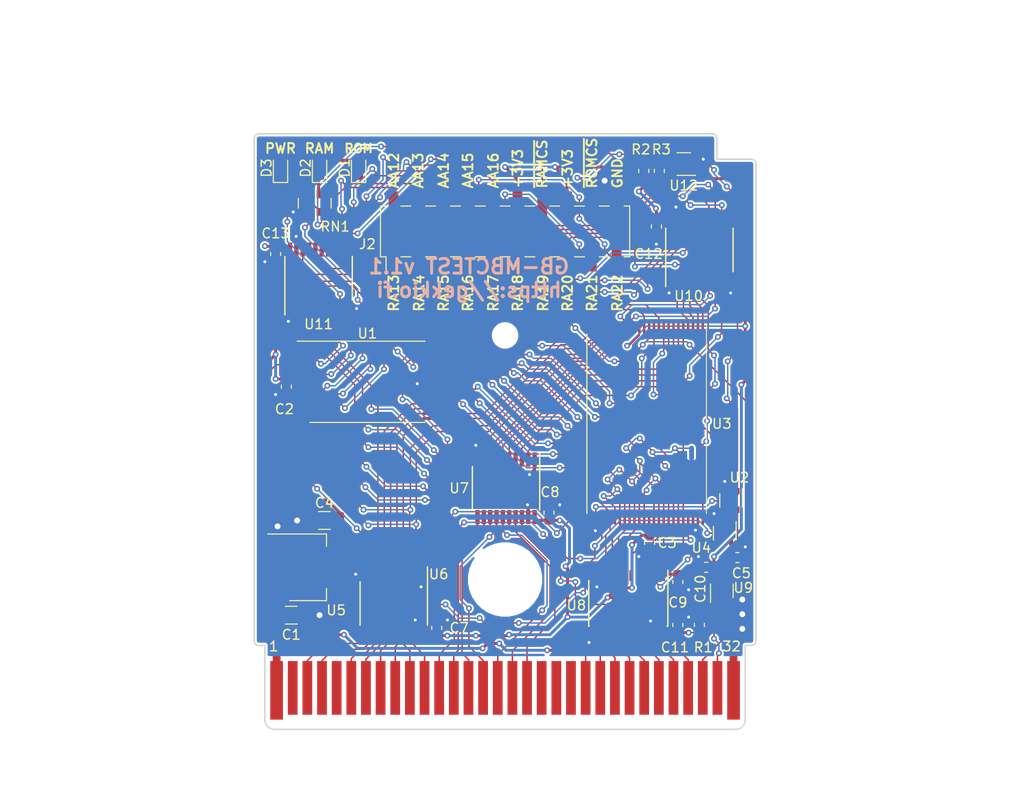
<source format=kicad_pcb>
(kicad_pcb (version 20211014) (generator pcbnew)
  (title_block (title "GB-MBCTEST") (rev "v1.1") (company "https://gekkio.fi"))
  (layers (0 "F.Cu" signal) (31 "B.Cu" signal) (34 "B.Paste" user) (35 "F.Paste" user) (36 "B.SilkS" user "B.Silkscreen") (37 "F.SilkS" user "F.Silkscreen") (38 "B.Mask" user) (39 "F.Mask" user) (44 "Edge.Cuts" user))
  (net 0 "")
  (net 1 "+5V")
  (net 2 "GND")
  (net 3 "+3V3")
  (net 4 "Net-(D1-Pad1)")
  (net 5 "Net-(D2-Pad1)")
  (net 6 "Net-(D3-Pad1)")
  (net 7 "/Game Boy Cartridge/~{GB_WR}")
  (net 8 "/Game Boy Cartridge/~{GB_RD}")
  (net 9 "/Game Boy Cartridge/GB_A0")
  (net 10 "/Game Boy Cartridge/GB_A1")
  (net 11 "/Game Boy Cartridge/GB_A2")
  (net 12 "/Game Boy Cartridge/GB_A3")
  (net 13 "/Game Boy Cartridge/GB_A4")
  (net 14 "/Game Boy Cartridge/GB_A5")
  (net 15 "/Game Boy Cartridge/GB_A6")
  (net 16 "/Game Boy Cartridge/GB_A7")
  (net 17 "/Game Boy Cartridge/GB_A8")
  (net 18 "/Game Boy Cartridge/GB_A9")
  (net 19 "/Game Boy Cartridge/GB_A10")
  (net 20 "/Game Boy Cartridge/GB_A11")
  (net 21 "/Game Boy Cartridge/GB_A12")
  (net 22 "/Game Boy Cartridge/GB_D0")
  (net 23 "/Game Boy Cartridge/GB_D1")
  (net 24 "/Game Boy Cartridge/GB_D2")
  (net 25 "/Game Boy Cartridge/GB_D3")
  (net 26 "/Game Boy Cartridge/GB_D4")
  (net 27 "/Game Boy Cartridge/GB_D5")
  (net 28 "/Game Boy Cartridge/GB_D6")
  (net 29 "/Game Boy Cartridge/GB_D7")
  (net 30 "Net-(J1-Pad30)")
  (net 31 "/Game Boy Cartridge/GB_VIN")
  (net 32 "/MBC/MBC_ROM_A22")
  (net 33 "/MBC/MBC_ROM_A21")
  (net 34 "/MBC/~{MBC_ROM_CS}")
  (net 35 "/MBC/MBC_ROM_A20")
  (net 36 "/MBC/~{MBC_RAM_CS}")
  (net 37 "/MBC/MBC_ROM_A19")
  (net 38 "/MBC/MBC_ROM_A18")
  (net 39 "/MBC/MBC_RAM_A16")
  (net 40 "/MBC/MBC_ROM_A17")
  (net 41 "/MBC/MBC_RAM_A15")
  (net 42 "/MBC/MBC_ROM_A16")
  (net 43 "/MBC/MBC_RAM_A14")
  (net 44 "/MBC/MBC_ROM_A15")
  (net 45 "/MBC/MBC_RAM_A13")
  (net 46 "/MBC/MBC_ROM_A14")
  (net 47 "/MBC/MBC_RAM_A12")
  (net 48 "/MBC/MBC_ROM_A13")
  (net 49 "Net-(NT1-Pad1)")
  (net 50 "/~{ROM_CS}")
  (net 51 "/~{RAM_CS}")
  (net 52 "/~{RD}")
  (net 53 "/A10")
  (net 54 "/D7")
  (net 55 "/D6")
  (net 56 "/D5")
  (net 57 "/D4")
  (net 58 "/D3")
  (net 59 "/D2")
  (net 60 "/D1")
  (net 61 "/D0")
  (net 62 "/A0")
  (net 63 "/A1")
  (net 64 "/A2")
  (net 65 "/A3")
  (net 66 "/A4")
  (net 67 "/A5")
  (net 68 "/A6")
  (net 69 "/A7")
  (net 70 "/RAM_A12")
  (net 71 "/RAM_A14")
  (net 72 "/RAM_A16")
  (net 73 "/RAM_A15")
  (net 74 "/~{RAM_WR}")
  (net 75 "/RAM_A13")
  (net 76 "/A8")
  (net 77 "/A9")
  (net 78 "/A11")
  (net 79 "Net-(U2-Pad4)")
  (net 80 "/ROM_A17")
  (net 81 "/ROM_A18")
  (net 82 "/ROM_A19")
  (net 83 "/ROM_A22")
  (net 84 "/~{RESET}")
  (net 85 "/~{ROM_WR}")
  (net 86 "/ROM_A21")
  (net 87 "/ROM_A20")
  (net 88 "/A12")
  (net 89 "/ROM_A13")
  (net 90 "/ROM_A14")
  (net 91 "/ROM_A15")
  (net 92 "/ROM_A16")
  (net 93 "/DATA_DIR")
  (footprint "Gekkio_MountingHole:MountingHole_7.2mm" (layer "F.Cu") (at 100 84.65)
    (fp_text reference "H1" hide)
    (fp_text value "DNF" hide)
  )
  (footprint "Gekkio_MountingHole:MountingHole_2.3mm" (layer "F.Cu") (at 100 59.65)
    (fp_text reference "H2" hide)
    (fp_text value "DNF" hide)
  )
  (footprint "Gekkio_Connector_PCBEdge:GameBoy_Cartridge_1x32_P1.50mm_Edge" (layer "F.Cu") (at 100 96)
    (fp_text reference "J1" hide)
    (fp_text value "DNF" hide)
  )
  (footprint "Capacitor_SMD:C_0603_1608Metric" (layer "F.Cu") (at 77.6 64.9 -90)
    (fp_text reference "C2")
    (fp_text value "100nF")
  )
  (footprint "Capacitor_SMD:C_0603_1608Metric" (layer "F.Cu") (at 114.8 80.9 -90)
    (fp_text reference "C3")
    (fp_text value "100nF")
  )
  (footprint "Capacitor_SMD:C_1206_3216Metric" (layer "F.Cu") (at 81.5 78.6 180)
    (fp_text reference "C4")
    (fp_text value "10uF")
  )
  (footprint "Capacitor_SMD:C_0603_1608Metric" (layer "F.Cu") (at 123.8 82.4)
    (fp_text reference "C5")
    (fp_text value "100nF")
  )
  (footprint "Capacitor_SMD:C_0603_1608Metric" (layer "F.Cu") (at 93 89.6 90)
    (fp_text reference "C7")
    (fp_text value "100nF")
  )
  (footprint "Capacitor_SMD:C_0603_1608Metric" (layer "F.Cu") (at 104.5 77.8 90)
    (fp_text reference "C8")
    (fp_text value "100nF")
  )
  (footprint "Capacitor_SMD:C_0603_1608Metric" (layer "F.Cu") (at 117.7 84.9 -90)
    (fp_text reference "C9")
    (fp_text value "100nF")
  )
  (footprint "Capacitor_SMD:C_0603_1608Metric" (layer "F.Cu") (at 117.7 89.3 90)
    (fp_text reference "C11")
    (fp_text value "100nF")
  )
  (footprint "Capacitor_SMD:C_0603_1608Metric" (layer "F.Cu") (at 115.5 48.5 -90)
    (fp_text reference "C12")
    (fp_text value "100nF")
  )
  (footprint "Capacitor_SMD:C_0603_1608Metric" (layer "F.Cu") (at 76.5 51.3125 -90)
    (fp_text reference "C13")
    (fp_text value "100nF")
  )
  (footprint "LED_SMD:LED_0603_1608Metric" (layer "F.Cu") (at 81 42.5 90)
    (fp_text reference "D2")
    (fp_text value "LED_Y")
  )
  (footprint "LED_SMD:LED_0603_1608Metric" (layer "F.Cu") (at 77 42.5 90)
    (fp_text reference "D3")
    (fp_text value "LED_R")
  )
  (footprint "Resistor_SMD:R_0603_1608Metric" (layer "F.Cu") (at 119.9 89.3 90)
    (fp_text reference "R1")
    (fp_text value "49k")
  )
  (footprint "Resistor_SMD:R_Array_Convex_4x0603" (layer "F.Cu") (at 80.5 46.1 90)
    (fp_text reference "RN1")
    (fp_text value "4.7k")
  )
  (footprint "Package_SO:TSOP-I-32_11.8x8mm_P0.5mm" (layer "F.Cu") (at 85.9 64.4)
    (fp_text reference "U1")
    (fp_text value "IS62WV1288DBLL-45H")
  )
  (footprint "Package_TO_SOT_SMD:SOT-353_SC-70-5" (layer "F.Cu") (at 123.15 76.55 -90)
    (fp_text reference "U2")
    (fp_text value "74LVC1G08")
  )
  (footprint "Package_TO_SOT_SMD:SOT-223" (layer "F.Cu") (at 79.8 83.4)
    (fp_text reference "U5")
    (fp_text value "AP2114H-3.3")
  )
  (footprint "Package_SO:TSSOP-20_4.4x6.5mm_P0.65mm" (layer "F.Cu") (at 88.6 87.1 -90)
    (fp_text reference "U6")
    (fp_text value "74LVC245APW")
  )
  (footprint "Package_TO_SOT_SMD:SOT-353_SC-70-5" (layer "F.Cu") (at 122.2 85.8 90)
    (fp_text reference "U9")
    (fp_text value "74LVC1G07" hide)
  )
  (footprint "Package_SO:TSSOP-20_4.4x6.5mm_P0.65mm" (layer "F.Cu") (at 119.9 50.9 90)
    (fp_text reference "U10")
    (fp_text value "74LVCH245APW")
  )
  (footprint "Package_SO:TSSOP-20_4.4x6.5mm_P0.65mm" (layer "F.Cu") (at 80.9 53.8 90)
    (fp_text reference "U11")
    (fp_text value "74LVCH245APW")
  )
  (footprint "Connector_PinHeader_2.54mm:PinHeader_2x10_P2.54mm_Vertical_SMD" (layer "F.Cu") (at 100 49 90)
    (fp_text reference "J2")
    (fp_text value "Conn_02x10_Odd_Even" hide)
  )
  (footprint "Capacitor_SMD:C_1206_3216Metric" (layer "F.Cu") (at 78.1 88.3)
    (fp_text reference "C1")
    (fp_text value "10uF")
  )
  (footprint "Package_TO_SOT_SMD:SOT-353_SC-70-5" (layer "F.Cu") (at 122.5 79.9 -90)
    (fp_text reference "U4")
    (fp_text value "74LVC1G02")
  )
  (footprint "Package_SO:TSSOP-20_4.4x6.5mm_P0.65mm" (layer "F.Cu") (at 100.1 75.3 -90)
    (fp_text reference "U7")
    (fp_text value "74LVC245APW")
  )
  (footprint "Package_SO:TSSOP-24_4.4x7.8mm_P0.65mm" (layer "F.Cu") (at 112.6 87.1 -90)
    (fp_text reference "U8")
    (fp_text value "74LVC8T245PW")
  )
  (footprint "Package_SO:TSOP-I-48_18.4x12mm_P0.5mm" (layer "F.Cu") (at 114.5 68.7 -90)
    (fp_text reference "U3")
    (fp_text value "MX29LV640ExT")
  )
  (footprint "LED_SMD:LED_0603_1608Metric" (layer "F.Cu") (at 85 42.5 90)
    (fp_text reference "D1")
    (fp_text value "LED_Y")
  )
  (footprint "Capacitor_SMD:C_0603_1608Metric" (layer "F.Cu") (at 120.6 83.4 180)
    (fp_text reference "C10")
    (fp_text value "100nF")
  )
  (footprint "Resistor_SMD:R_0603_1608Metric" (layer "F.Cu") (at 115.8 42.8 90)
    (fp_text reference "R3")
    (fp_text value "100k" hide)
  )
  (footprint "Package_TO_SOT_SMD:SOT-353_SC-70-5" (layer "F.Cu") (at 118.3 42.1 180)
    (fp_text reference "U12")
    (fp_text value "74LVC1G17")
  )
  (footprint "Resistor_SMD:R_0603_1608Metric" (layer "F.Cu") (at 114.2 42.8 90)
    (fp_text reference "R2")
    (fp_text value "100k" hide)
  )
  (footprint "NetTie:NetTie-2_SMD_Pad0.5mm" (layer "B.Cu") (at 119.1 71.7 -90)
    (fp_text reference "NT1" hide)
    (fp_text value "Net-Tie_2")
  )
  (gr_arc (start 76.4 100) (mid 75.692893 99.707107) (end 75.4 99) (layer "Edge.Cuts") (width 0.15))
  (gr_arc (start 125.2 41.6) (mid 125.553553 41.746447) (end 125.7 42.1) (layer "Edge.Cuts") (width 0.15))
  (gr_arc (start 121.2 39) (mid 121.553553 39.146447) (end 121.7 39.5) (layer "Edge.Cuts") (width 0.15))
  (gr_arc (start 74.3 39.5) (mid 74.446447 39.146447) (end 74.8 39) (layer "Edge.Cuts") (width 0.15))
  (gr_arc (start 74.8 91.4) (mid 74.446447 91.253553) (end 74.3 90.9) (layer "Edge.Cuts") (width 0.15))
  (gr_line (start 74.8 39) (end 121.2 39) (layer "Edge.Cuts") (width 0.15))
  (gr_line (start 125.2 41.6) (end 121.7 41.6) (layer "Edge.Cuts") (width 0.15))
  (gr_line (start 124.6 91.4) (end 125.2 91.4) (layer "Edge.Cuts") (width 0.15))
  (gr_line (start 124.6 99) (end 124.6 91.4) (layer "Edge.Cuts") (width 0.15))
  (gr_arc (start 124.6 99) (mid 124.307107 99.707107) (end 123.6 100) (layer "Edge.Cuts") (width 0.15))
  (gr_line (start 125.7 90.9) (end 125.7 42.1) (layer "Edge.Cuts") (width 0.15))
  (gr_arc (start 125.7 90.9) (mid 125.553553 91.253553) (end 125.2 91.4) (layer "Edge.Cuts") (width 0.15))
  (gr_line (start 121.7 39.5) (end 121.7 41.6) (layer "Edge.Cuts") (width 0.15))
  (gr_line (start 75.4 91.4) (end 74.8 91.4) (layer "Edge.Cuts") (width 0.15))
  (gr_line (start 75.4 99) (end 75.4 91.4) (layer "Edge.Cuts") (width 0.15))
  (gr_line (start 74.3 90.9) (end 74.3 39.5) (layer "Edge.Cuts") (width 0.15))
  (gr_line (start 76.4 100) (end 123.6 100) (layer "Edge.Cuts") (width 0.15))
  (gr_text "GB-MBCTEST v1.1\nhttps://gekkio.fi" (at 96.3 53.8) (layer "B.SilkS") (effects (font (size 1.5 1.5) (thickness 0.3)) (justify mirror)))
  (gr_text "AA13" (at 91.1 44.7 90) (layer "F.SilkS") (effects (font (size 1 1) (thickness 0.2)) (justify left)))
  (gr_text "AA14" (at 93.7 44.7 90) (layer "F.SilkS") (effects (font (size 1 1) (thickness 0.2)) (justify left)))
  (gr_text "AA15" (at 96.2 44.7 90) (layer "F.SilkS") (effects (font (size 1 1) (thickness 0.2)) (justify left)))
  (gr_text "AA16" (at 98.8 44.7 90) (layer "F.SilkS") (effects (font (size 1 1) (thickness 0.2)) (justify left)))
  (gr_text "~{RAMCS}" (at 103.8 44.7 90) (layer "F.SilkS") (effects (font (size 1 1) (thickness 0.2)) (justify left)))
  (gr_text "~{ROMCS}" (at 108.9 44.7 90) (layer "F.SilkS") (effects (font (size 1 1) (thickness 0.2)) (justify left)))
  (gr_text "RA13" (at 88.6 53.3 90) (layer "F.SilkS") (effects (font (size 1 1) (thickness 0.2)) (justify right)))
  (gr_text "RA14" (at 91.2 53.3 90) (layer "F.SilkS") (effects (font (size 1 1) (thickness 0.2)) (justify right)))
  (gr_text "RA15" (at 93.7 53.3 90) (layer "F.SilkS") (effects (font (size 1 1) (thickness 0.2)) (justify right)))
  (gr_text "RA16" (at 96.2 53.3 90) (layer "F.SilkS") (effects (font (size 1 1) (thickness 0.2)) (justify right)))
  (gr_text "RA17" (at 98.8 53.3 90) (layer "F.SilkS") (effects (font (size 1 1) (thickness 0.2)) (justify right)))
  (gr_text "RA18" (at 101.3 53.3 90) (layer "F.SilkS") (effects (font (size 1 1) (thickness 0.2)) (justify right)))
  (gr_text "RA19" (at 103.9 53.3 90) (layer "F.SilkS") (effects (font (size 1 1) (thickness 0.2)) (justify right)))
  (gr_text "RA20" (at 106.4 53.3 90) (layer "F.SilkS") (effects (font (size 1 1) (thickness 0.2)) (justify right)))
  (gr_text "RA21" (at 108.9 53.3 90) (layer "F.SilkS") (effects (font (size 1 1) (thickness 0.2)) (justify right)))
  (gr_text "RA22" (at 111.5 53.3 90) (layer "F.SilkS") (effects (font (size 1 1) (thickness 0.2)) (justify right)))
  (gr_text "+3V3" (at 101.3 44.7 90) (layer "F.SilkS") (effects (font (size 1 1) (thickness 0.2)) (justify left)))
  (gr_text "+3V3" (at 106.4 44.7 90) (layer "F.SilkS") (effects (font (size 1 1) (thickness 0.2)) (justify left)))
  (gr_text "GND" (at 111.5 44.7 90) (layer "F.SilkS") (effects (font (size 1 1) (thickness 0.2)) (justify left)))
  (gr_text "PWR" (at 77 40.5) (layer "F.SilkS") (effects (font (size 1 1) (thickness 0.2))))
  (gr_text "RAM" (at 81 40.5) (layer "F.SilkS") (effects (font (size 1 1) (thickness 0.2))))
  (gr_text "ROM" (at 85 40.5) (layer "F.SilkS") (effects (font (size 0.9 0.9) (thickness 0.2))))
  (gr_text "AA12" (at 88.6 44.7 90) (layer "F.SilkS") (effects (font (size 1 1) (thickness 0.2)) (justify left)))
  (segment (start 109.6 88.1) (end 105.8 91.9) (width 0.3) (layer "F.Cu") (net 1))
  (segment (start 105.8 91.9) (end 104.3 91.9) (width 0.3) (layer "F.Cu") (net 1))
  (segment (start 115.175 88.1) (end 109.6 88.1) (width 0.3) (layer "F.Cu") (net 1))
  (segment (start 78.1 88.8) (end 77.6 88.3) (width 0.3) (layer "F.Cu") (net 1))
  (segment (start 116.175 89.1) (end 115.175 88.1) (width 0.3) (layer "F.Cu") (net 1))
  (segment (start 117.7 90.0875) (end 118.7875 90.0875) (width 0.3) (layer "F.Cu") (net 1))
  (segment (start 116.175 89.95) (end 117.5625 89.95) (width 0.3) (layer "F.Cu") (net 1))
  (segment (start 116.175 89.95) (end 116.175 89.1) (width 0.3) (layer "F.Cu") (net 1))
  (segment (start 118.8125 90.0875) (end 118.8 90.1) (width 0.15) (layer "F.Cu") (net 1))
  (segment (start 98.199996 91.2) (end 99.4 91.2) (width 0.3) (layer "F.Cu") (net 1))
  (segment (start 117.5625 89.95) (end 117.7 90.0875) (width 0.3) (layer "F.Cu") (net 1))
  (segment (start 77.6 88.3) (end 76.7 88.3) (width 0.3) (layer "F.Cu") (net 1))
  (segment (start 97.699996 91.7) (end 98.199996 91.2) (width 0.3) (layer "F.Cu") (net 1))
  (segment (start 76.6 96) (end 76.6 88.4) (width 0.8) (layer "F.Cu") (net 1))
  (segment (start 115.525 89.95) (end 116.175 89.95) (width 0.3) (layer "F.Cu") (net 1))
  (segment (start 76.6 88.4) (end 76.7 88.3) (width 0.8) (layer "F.Cu") (net 1))
  (segment (start 118.7875 90.0875) (end 118.8 90.1) (width 0.3) (layer "F.Cu") (net 1))
  (segment (start 119.9 90.0875) (end 118.8125 90.0875) (width 0.15) (layer "F.Cu") (net 1))
  (segment (start 76.7 88.3) (end 76.7 85.75) (width 0.8) (layer "F.Cu") (net 1))
  (segment (start 78.8 90.3) (end 78.1 89.6) (width 0.3) (layer "F.Cu") (net 1))
  (segment (start 83.5 90.3) (end 78.8 90.3) (width 0.3) (layer "F.Cu") (net 1))
  (segment (start 78.1 89.6) (end 78.1 88.8) (width 0.3) (layer "F.Cu") (net 1))
  (segment (start 76.7 85.75) (end 76.65 85.7) (width 0.8) (layer "F.Cu") (net 1))
  (via (at 118.8 90.1) (size 0.6) (drill 0.3) (layers "F.Cu" "B.Cu") (net 1))
  (via (at 97.699996 91.7) (size 0.6) (drill 0.3) (layers "F.Cu" "B.Cu") (net 1))
  (via (at 83.5 90.3) (size 0.6) (drill 0.3) (layers "F.Cu" "B.Cu") (net 1))
  (via (at 104.3 91.9) (size 0.6) (drill 0.3) (layers "F.Cu" "B.Cu") (net 1))
  (via (at 99.4 91.2) (size 0.6) (drill 0.3) (layers "F.Cu" "B.Cu") (net 1))
  (segment (start 84.9 91.7) (end 97.699996 91.7) (width 0.3) (layer "B.Cu") (net 1))
  (segment (start 83.5 90.3) (end 84.9 91.7) (width 0.3) (layer "B.Cu") (net 1))
  (segment (start 104.3 91.9) (end 100.1 91.9) (width 0.3) (layer "B.Cu") (net 1))
  (segment (start 100.1 91.9) (end 99.4 91.2) (width 0.3) (layer "B.Cu") (net 1))
  (segment (start 123.4 96) (end 123.4 90.6) (width 0.8) (layer "F.Cu") (net 2))
  (segment (start 79.3 47) (end 78.3 47) (width 0.3) (layer "F.Cu") (net 2))
  (segment (start 117.625 46.625) (end 117.5 46.5) (width 0.3) (layer "F.Cu") (net 2))
  (segment (start 122.5 75.6) (end 122.5 74.6) (width 0.15) (layer "F.Cu") (net 2))
  (segment (start 76.5 52.1) (end 75.4 52.1) (width 0.3) (layer "F.Cu") (net 2))
  (segment (start 77.975 58.025) (end 77.8 58.2) (width 0.3) (layer "F.Cu") (net 2))
  (segment (start 90.875 90.05) (end 90.875 88.875) (width 0.3) (layer "F.Cu") (net 2))
  (segment (start 84.65 56.75) (end 84.8 56.9) (width 0.3) (layer "F.Cu") (net 2))
  (segment (start 114.875 88.925) (end 114.9 88.9) (width 0.3) (layer "F.Cu") (net 2))
  (segment (start 124.5875 81.3125) (end 124.6 81.3) (width 0.3) (layer "F.Cu") (net 2))
  (segment (start 80.1 78.6) (end 78.7 78.6) (width 0.8) (layer "F.Cu") (net 2))
  (segment (start 121.85 78.35) (end 121.4 77.9) (width 0.15) (layer "F.Cu") (net 2))
  (segment (start 119.75 78.45) (end 119.75 79.35) (width 0.15) (layer "F.Cu") (net 2))
  (segment (start 109.025 84.25) (end 109.025 85.025) (width 0.3) (layer "F.Cu") (net 2))
  (segment (start 124.5875 82.4) (end 124.5875 81.3125) (width 0.3) (layer "F.Cu") (net 2))
  (segment (start 77.975 56.75) (end 77.975 58.025) (width 0.3) (layer "F.Cu") (net 2))
  (segment (start 109.75 79.15) (end 109.250004 79.649996) (width 0.15) (layer "F.Cu") (net 2))
  (segment (start 124.25 86.75) (end 124.3 86.7) (width 0.3) (layer "F.Cu") (net 2))
  (segment (start 103.025 72.35) (end 103.025 73.375) (width 0.3) (layer "F.Cu") (net 2))
  (segment (start 119.25 41.45) (end 120.15 41.45) (width 0.3) (layer "F.Cu") (net 2))
  (segment (start 78.625 50.85) (end 78.625 49.525) (width 0.3) (layer "F.Cu") (net 2))
  (segment (start 102.375 77.075) (end 102.3 77) (width 0.3) (layer "F.Cu") (net 2))
  (segment (start 124.3 88.2) (end 124.3 86.7) (width 0.8) (layer "F.Cu") (net 2))
  (segment (start 76.5125 65.6875) (end 76.5 65.7) (width 0.3) (layer "F.Cu") (net 2))
  (segment (start 102.375 78.25) (end 102.375 77.075) (width 0.3) (layer "F.Cu") (net 2))
  (segment (start 123.4 90.6) (end 124.3 89.7) (width 0.8) (layer "F.Cu") (net 2))
  (segment (start 119.75 79.35) (end 119.5 79.6) (width 0.15) (layer "F.Cu") (net 2))
  (segment (start 122.85 86.75) (end 124.25 86.75) (width 0.3) (layer "F.Cu") (net 2))
  (segment (start 114.875 89.95) (end 114.875 88.925) (width 0.3) (layer "F.Cu") (net 2))
  (segment (start 116.975 55.125) (end 116.8 55.3) (width 0.3) (layer "F.Cu") (net 2))
  (segment (start 83.825 56.75) (end 84.65 56.75) (width 0.3) (layer "F.Cu") (net 2))
  (segment (start 119.25 78.45) (end 119.25 79.35) (width 0.15) (layer "F.Cu") (net 2))
  (segment (start 77.6 65.6875) (end 76.5125 65.6875) (width 0.3) (layer "F.Cu") (net 2))
  (segment (start 119.8125 83.4) (end 119.8125 82.3125) (width 0.3) (layer "F.Cu") (net 2))
  (segment (start 91.05 64.65) (end 91 64.6) (width 0.3) (layer "F.Cu") (net 2))
  (segment (start 122.825 55.025) (end 123.1 55.3) (width 0.3) (layer "F.Cu") (net 2))
  (segment (start 92.325 64.65) (end 91.05 64.65) (width 0.3) (layer "F.Cu") (net 2))
  (segment (start 124.3 89.7) (end 124.3 88.2) (width 0.8) (layer "F.Cu") (net 2))
  (segment (start 122.825 53.85) (end 122.825 55.025) (width 0.3) (layer "F.Cu") (net 2))
  (segment (start 76.65 81.1) (end 76.65 79.25) (width 0.8) (layer "F.Cu") (net 2))
  (segment (start 110.5 43.8) (end 110.2 43.8) (width 0.8) (layer "F.Cu") (net 2))
  (segment (start 109.675 84.25) (end 109.675 85.125) (width 0.3) (layer "F.Cu") (net 2))
  (segment (start 103.025 73.375) (end 102.5 73.9) (width 0.3) (layer "F.Cu") (net 2))
  (segment (start 91.525 85.275) (end 91.4 85.4) (width 0.3) (layer "F.Cu") (net 2))
  (segment (start 105.5875 77.0125) (end 105.6 77) (width 0.3) (layer "F.Cu") (net 2))
  (segment (start 109.025 89.95) (end 109.025 90.675) (width 0.3) (layer "F.Cu") (net 2))
  (segment (start 120.15 41.45) (end 120.3 41.6) (width 0.3) (layer "F.Cu") (net 2))
  (segment (start 118.7875 85.6875) (end 118.8 85.7) (width 0.3) (layer "F.Cu") (net 2))
  (segment (start 78.625 49.525) (end 78.6 49.5) (width 0.3) (layer "F.Cu") (net 2))
  (segment (start 109.025 90.675) (end 108.6 91.1) (width 0.3) (layer "F.Cu") (net 2))
  (segment (start 114.3125 81.6875) (end 113.7 82.3) (width 0.3) (layer "F.Cu") (net 2))
  (segment (start 117.625 47.95) (end 117.625 46.625) (width 0.3) (layer "F.Cu") (net 2))
  (segment (start 93 88.8125) (end 94.0875 88.8125) (width 0.3) (layer "F.Cu") (net 2))
  (segment (start 109.675 85.125) (end 109.4 85.4) (width 0.3) (layer "F.Cu") (net 2))
  (segment (start 109.250004 79.649996) (end 109.249996 79.649996) (width 0.15) (layer "F.Cu") (net 2))
  (segment (start 115.5 49.2875) (end 115.5 50.3) (width 0.3) (layer "F.Cu") (net 2))
  (segment (start 85.675 84.15) (end 84.75 84.15) (width 0.3) (layer "F.Cu") (net 2))
  (segment (start 121.85 78.95) (end 121.85 78.35) (width 0.15) (layer "F.Cu") (net 2))
  (segment (start 84.75 84.15) (end 84.7 84.1) (width 0.3) (layer "F.Cu") (net 2))
  (segment (start 118.7875 88.5125) (end 118.8 88.5) (width 0.3) (layer "F.Cu") (net 2))
  (segment (start 117.7 85.6875) (end 118.7875 85.6875) (width 0.3) (layer "F.Cu") (net 2))
  (segment (start 76.65 79.25) (end 76.7 79.2) (width 0.8) (layer "F.Cu") (net 2))
  (segment (start 79.5 88.3) (end 81 88.3) (width 0.8) (layer "F.Cu") (net 2))
  (segment (start 111.43 44.73) (end 110.5 43.8) (width 0.8) (layer "F.Cu") (net 2))
  (segment (start 94.0875 88.8125) (end 94.1 88.8) (width 0.3) (layer "F.Cu") (net 2))
  (segment (start 97.175 71.075) (end 97 70.9) (width 0.3) (layer "F.Cu") (net 2))
  (segment (start 97.175 72.35) (end 97.175 71.075) (width 0.3) (layer "F.Cu") (net 2))
  (segment (start 119.25 79.35) (end 119.5 79.6) (width 0.15) (layer "F.Cu") (net 2))
  (segment (start 119.8125 82.3125) (end 119.8 82.3) (width 0.3) (layer "F.Cu") (net 2))
  (segment (start 114.8 81.6875) (end 114.3125 81.6875) (width 0.3) (layer "F.Cu") (net 2))
  (segment (start 111.43 46.475) (end 111.43 44.73) (width 0.8) (layer "F.Cu") (net 2))
  (segment (start 109.75 78.45) (end 109.75 79.15) (width 0.15) (layer "F.Cu") (net 2))
  (segment (start 104.5 77.0125) (end 105.5875 77.0125) (width 0.3) (layer "F.Cu") (net 2))
  (segment (start 109.025 85.025) (end 109.4 85.4) (width 0.3) (layer "F.Cu") (net 2))
  (segment (start 90.875 88.875) (end 90.8 88.8) (width 0.3) (layer "F.Cu") (net 2))
  (segment (start 91.525 84.15) (end 91.525 85.275) (width 0.3) (layer "F.Cu") (net 2))
  (segment (start 117.7 88.5125) (end 118.7875 88.5125) (width 0.3) (layer "F.Cu") (net 2))
  (segment (start 116.975 53.85) (end 116.975 55.125) (width 0.3) (layer "F.Cu") (net 2))
  (via (at 110.2 43.8) (size 1) (drill 0.6) (layers "F.Cu" "B.Cu") (net 2))
  (via (at 90.8 88.8) (size 0.6) (drill 0.3) (layers "F.Cu" "B.Cu") (net 2))
  (via (at 120.3 41.6) (size 0.6) (drill 0.3) (layers "F.Cu" "B.Cu") (net 2))
  (via (at 109.4 85.4) (size 0.6) (drill 0.3) (layers "F.Cu" "B.Cu") (net 2))
  (via (at 97 70.9) (size 0.6) (drill 0.3) (layers "F.Cu" "B.Cu") (net 2))
  (via (at 113.7 82.3) (size 0.6) (drill 0.3) (layers "F.Cu" "B.Cu") (net 2))
  (via (at 78.6 49.5) (size 0.6) (drill 0.3) (layers "F.Cu" "B.Cu") (net 2))
  (via (at 84.7 84.1) (size 0.6) (drill 0.3) (layers "F.Cu" "B.Cu") (net 2))
  (via (at 118.8 85.7) (size 0.6) (drill 0.3) (layers "F.Cu" "B.Cu") (net 2))
  (via (at 78.7 78.6) (size 1) (drill 0.6) (layers "F.Cu" "B.Cu") (net 2))
  (via (at 78.3 47) (size 0.6) (drill 0.3) (layers "F.Cu" "B.Cu") (net 2))
  (via (at 119.8 82.3) (size 0.6) (drill 0.3) (layers "F.Cu" "B.Cu") (net 2))
  (via (at 94.1 88.8) (size 0.6) (drill 0.3) (layers "F.Cu" "B.Cu") (net 2))
  (via (at 84.8 56.9) (size 0.6) (drill 0.3) (layers "F.Cu" "B.Cu") (net 2))
  (via (at 108.6 91.1) (size 0.6) (drill 0.3) (layers "F.Cu" "B.Cu") (net 2))
  (via (at 75.4 52.1) (size 0.6) (drill 0.3) (layers "F.Cu" "B.Cu") (net 2))
  (via (at 124.3 88.2) (size 1) (drill 0.6) (layers "F.Cu" "B.Cu") (net 2))
  (via (at 116.8 55.3) (size 0.6) (drill 0.3) (layers "F.Cu" "B.Cu") (net 2))
  (via (at 124.6 81.3) (size 0.6) (drill 0.3) (layers "F.Cu" "B.Cu") (net 2))
  (via (at 109.249996 79.649996) (size 0.6) (drill 0.3) (layers "F.Cu" "B.Cu") (net 2))
  (via (at 102.3 77) (size 0.6) (drill 0.3) (layers "F.Cu" "B.Cu") (net 2))
  (via (at 81 88.3) (size 1) (drill 0.6) (layers "F.Cu" "B.Cu") (net 2))
  (via (at 123.1 55.3) (size 0.6) (drill 0.3) (layers "F.Cu" "B.Cu") (net 2))
  (via (at 114.9 88.9) (size 0.6) (drill 0.3) (layers "F.Cu" "B.Cu") (net 2))
  (via (at 105.6 77) (size 0.6) (drill 0.3) (layers "F.Cu" "B.Cu") (net 2))
  (via (at 76.7 79.2) (size 1) (drill 0.6) (layers "F.Cu" "B.Cu") (net 2))
  (via (at 121.4 77.9) (size 0.6) (drill 0.3) (layers "F.Cu" "B.Cu") (net 2))
  (via (at 102.5 73.9) (size 0.6) (drill 0.3) (layers "F.Cu" "B.Cu") (net 2))
  (via (at 115.5 50.3) (size 0.6) (drill 0.3) (layers "F.Cu" "B.Cu") (net 2))
  (via (at 124.3 86.7) (size 1) (drill 0.6) (layers "F.Cu" "B.Cu") (net 2))
  (via (at 118.8 88.5) (size 0.6) (drill 0.3) (layers "F.Cu" "B.Cu") (net 2))
  (via (at 124.3 89.7) (size 1) (drill 0.6) (layers "F.Cu" "B.Cu") (net 2))
  (via (at 76.5 65.7) (size 0.6) (drill 0.3) (layers "F.Cu" "B.Cu") (net 2))
  (via (at 122.5 74.6) (size 0.6) (drill 0.3) (layers "F.Cu" "B.Cu") (net 2))
  (via (at 77.8 58.2) (size 0.6) (drill 0.3) (layers "F.Cu" "B.Cu") (net 2))
  (via (at 119.5 79.6) (size 0.6) (drill 0.3) (layers "F.Cu" "B.Cu") (net 2))
  (via (at 117.5 46.5) (size 0.6) (drill 0.3) (layers "F.Cu" "B.Cu") (net 2))
  (via (at 91.4 85.4) (size 0.6) (drill 0.3) (layers "F.Cu" "B.Cu") (net 2))
  (via (at 91 64.6) (size 0.6) (drill 0.3) (layers "F.Cu" "B.Cu") (net 2))
  (segment (start 119.7 73.2) (end 121.1 73.2) (width 0.3) (layer "B.Cu") (net 2))
  (segment (start 119.1 72.2) (end 119.1 72.6) (width 0.3) (layer "B.Cu") (net 2))
  (segment (start 119.1 72.6) (end 119.7 73.2) (width 0.3) (layer "B.Cu") (net 2))
  (segment (start 121.1 73.2) (end 122.5 74.6) (width 0.3) (layer "B.Cu") (net 2))
  (segment (start 76.5 50.525) (end 75.425 50.525) (width 0.3) (layer "F.Cu") (net 3))
  (segment (start 76.4875 41.7125) (end 77 41.7125) (width 0.3) (layer "F.Cu") (net 3))
  (segment (start 105.5875 78.5875) (end 105.6 78.6) (width 0.3) (layer "F.Cu") (net 3))
  (segment (start 104.5 78.5875) (end 103.3625 78.5875) (width 0.3) (layer "F.Cu") (net 3))
  (segment (start 117.35 42.75) (end 117.35 43.55) (width 0.3) (layer "F.Cu") (net 3))
  (segment (start 117.7 84.1125) (end 116.3125 84.1125) (width 0.3) (layer "F.Cu") (net 3))
  (segment (start 76.65 83.4) (end 82.95 83.4) (width 0.8) (layer "F.Cu") (net 3))
  (segment (start 77.6375 64.15) (end 77.6 64.1125) (width 0.3) (layer "F.Cu") (net 3))
  (segment (start 110.5 86.5) (end 119.7 86.5) (width 0.3) (layer "F.Cu") (net 3))
  (segment (start 114.2 43.5875) (end 115.8 43.5875) (width 0.3) (layer "F.Cu") (net 3))
  (segment (start 76.7 83.45) (end 76.75 83.4) (width 0.8) (layer "F.Cu") (net 3))
  (segment (start 113 85.5) (end 111.5 85.5) (width 0.3) (layer "F.Cu") (net 3))
  (segment (start 122.4 83.4) (end 123.0125 82.7875) (width 0.3) (layer "F.Cu") (net 3))
  (segment (start 111.1 42.4) (end 112.2875 43.5875) (width 0.3) (layer "F.Cu") (net 3))
  (segment (start 77.65 50.525) (end 77.975 50.85) (width 0.3) (layer "F.Cu") (net 3))
  (segment (start 124.6 64.3) (end 124.6 58.7) (width 0.3) (layer "F.Cu") (net 3))
  (segment (start 76.5 50.525) (end 76.5 49.5) (width 0.3) (layer "F.Cu") (net 3))
  (segment (start 117.35 43.55) (end 117.3 43.6) (width 0.3) (layer "F.Cu") (net 3))
  (segment (start 113.75 58.95) (end 113.75 59.65) (width 0.15) (layer "F.Cu") (net 3))
  (segment (start 119.7 86.5) (end 120.3 85.9) (width 0.3) (layer "F.Cu") (net 3))
  (segment (start 123.5 80.85) (end 123.15 80.85) (width 0.15) (layer "F.Cu") (net 3))
  (segment (start 116.3125 84.1125) (end 116.175 84.25) (width 0.3) (layer "F.Cu") (net 3))
  (segment (start 78.15 63.15) (end 77.6 63.7) (width 0.15) (layer "F.Cu") (net 3))
  (segment (start 77.6 64.1125) (end 76.5125 64.1125) (width 0.3) (layer "F.Cu") (net 3))
  (segment (start 123.0125 82.7875) (end 123.0125 82.4) (width 0.3) (layer "F.Cu") (net 3))
  (segment (start 75.1 63) (end 76.5 61.6) (width 0.3) (layer "F.Cu") (net 3))
  (segment (start 93 90.3875) (end 91.8625 90.3875) (width 0.3) (layer "F.Cu") (net 3))
  (segment (start 79.475 64.15) (end 77.6375 64.15) (width 0.3) (layer "F.Cu") (net 3))
  (segment (start 112.2875 43.5875) (end 113.3 43.5875) (width 0.3) (layer "F.Cu") (net 3))
  (segment (start 82.9 78.6) (end 82.9 77.625) (width 0.3) (layer "F.Cu") (net 3))
  (segment (start 80.4 76.5) (end 75.1 71.2) (width 0.3) (layer "F.Cu") (net 3))
  (segment (start 121.55 84.85) (end 121.55 83.5625) (width 0.3) (layer "F.Cu") (net 3))
  (segment (start 112.7 60.7) (end 112.5 60.7) (width 0.15) (layer "F.Cu") (net 3))
  (segment (start 77 41.7125) (end 81 41.7125) (width 0.3) (layer "F.Cu") (net 3))
  (segment (start 103.3625 78.5875) (end 103.025 78.25) (width 0.3) (layer "F.Cu") (net 3))
  (segment (start 93 90.3875) (end 94.0875 90.3875) (width 0.3) (layer "F.Cu") (net 3))
  (segment (start 106.35 46.475) (end 106.35 43.65) (width 0.3) (layer "F.Cu") (net 3))
  (segment (start 113.9875 80.1125) (end 113 81.1) (width 0.3) (layer "F.Cu") (net 3))
  (segment (start 124.2 64.7) (end 124.6 64.3) (width 0.3) (layer "F.Cu") (net 3))
  (segment (start 115.5 47.7125) (end 115.5 46.7) (width 0.3) (layer "F.Cu") (net 3))
  (segment (start 121.55 83.5625) (end 121.3875 83.4) (width 0.3) (layer "F.Cu") (net 3))
  (segment (start 101.27 46.475) (end 101.27 43.67) (width 0.3) (layer "F.Cu") (net 3))
  (segment (start 105.1 42.4) (end 111.1 42.4) (width 0.3) (layer "F.Cu") (net 3))
  (segment (start 115.5 46.7) (end 115.45 46.65) (width 0.3) (layer "F.Cu") (net 3))
  (segment (start 115.7375 47.95) (end 115.5 47.7125) (width 0.3) (layer "F.Cu") (net 3))
  (segment (start 75.6 42.6) (end 76.4875 41.7125) (width 0.3) (layer "F.Cu") (net 3))
  (segment (start 82.95 83.4) (end 82.95 85.75) (width 0.3) (layer "F.Cu") (net 3))
  (segment (start 81 41.7125) (end 85 41.7125) (width 0.3) (layer "F.Cu") (net 3))
  (segment (start 104.5 78.5875) (end 105.5875 78.5875) (width 0.3) (layer "F.Cu") (net 3))
  (segment (start 82.9 78.6) (end 82.9 83.35) (width 0.8) (layer "F.Cu") (net 3))
  (segment (start 76.5 50.525) (end 77.65 50.525) (width 0.3) (layer "F.Cu") (net 3))
  (segment (start 79.475 63.15) (end 78.15 63.15) (width 0.15) (layer "F.Cu") (net 3))
  (segment (start 117.3 43.6) (end 115.8 43.5875) (width 0.3) (layer "F.Cu") (net 3))
  (segment (start 106.4 88.5) (end 106.4 83.5) (width 0.3) (layer "F.Cu") (net 3))
  (segment (start 123.15 82.2625) (end 123.0125 82.4) (width 0.15) (layer "F.Cu") (net 3))
  (segment (start 123.8 77.5) (end 123.8 80.55) (width 0.15) (layer "F.Cu") (net 3))
  (segment (start 97 90.4) (end 100.3 90.4) (width 0.3) (layer "F.Cu") (net 3))
  (segment (start 80.1 45.2) (end 80.1 41.7125) (width 0.15) (layer "F.Cu") (net 3))
  (segment (start 120.3 85.9) (end 121 85.9) (width 0.3) (layer "F.Cu") (net 3))
  (segment (start 114.75 78.45) (end 114.75 80.0625) (width 0.15) (layer "F.Cu") (net 3))
  (segment (start 121.3875 83.4) (end 121.3875 82.3125) (width 0.3) (layer "F.Cu") (net 3))
  (segment (start 123.8 80.55) (end 123.5 80.85) (width 0.15) (layer "F.Cu") (net 3))
  (segment (start 106.35 43.65) (end 105.1 42.4) (width 0.3) (layer "F.Cu") (net 3))
  (segment (start 113.3 43.5875) (end 114.2 43.5875) (width 0.3) (layer "F.Cu") (net 3))
  (segment (start 123.0875 43.5875) (end 117.3 43.6) (width 0.3) (layer "F.Cu") (net 3))
  (segment (start 82.95 85.75) (end 85.2 88) (width 0.3) (layer "F.Cu") (net 3))
  (segment (start 82.9 77.625) (end 81.775 76.5) (width 0.3) (layer "F.Cu") (net 3))
  (segment (start 121.55 85.35) (end 121.55 84.85) (width 0.3) (layer "F.Cu") (net 3))
  (segment (start 118.5125 84.1125) (end 120.3 85.9) (width 0.3) (layer "F.Cu") (net 3))
  (segment (start 121.3875 83.4) (end 122.4 83.4) (width 0.3) (layer "F.Cu") (net 3))
  (segment (start 75.6 48.6) (end 75.6 42.6) (width 0.3) (layer "F.Cu") (net 3))
  (segment (start 81.775 76.5) (end 80.4 76.5) (width 0.3) (layer "F.Cu") (net 3))
  (segment (start 91.8625 90.3875) (end 91.525 90.05) (width 0.3) (layer "F.Cu") (net 3))
  (segment (start 100.3 90.4) (end 100.4 90.3) (width 0.3) (layer "F.Cu") (net 3))
  (segment (start 121.3875 82.3125) (end 121.4 82.3) (width 0.3) (layer "F.Cu") (net 3))
  (segment (start 115.45 46.65) (end 115.45 46.55) (width 0.3) (layer "F.Cu") (net 3))
  (segment (start 114.75 80.0625) (end 114.8 80.1125) (width 0.15) (layer "F.Cu") (net 3))
  (segment (start 111.5 85.5) (end 110.5 86.5) (width 0.3) (layer "F.Cu") (net 3))
  (segment (start 117.7 84.1125) (end 118.5125 84.1125) (width 0.3) (layer "F.Cu") (net 3))
  (segment (start 113.7 44.9) (end 114.2 44.4) (width 0.3) (layer "F.Cu") (net 3))
  (segment (start 82.9 83.35) (end 82.95 83.4) (width 0.8) (layer "F.Cu") (net 3))
  (segment (start 94.0875 90.3875) (end 94.1 90.4) (width 0.3) (layer "F.Cu") (net 3))
  (segment (start 77.975 53.025) (end 77.975 50.85) (width 0.3) (layer "F.Cu") (net 3))
  (segment (start 91.525 88.525) (end 91.525 90.05) (width 0.3) (layer "F.Cu") (net 3))
  (segment (start 75.1 71.2) (end 75.1 63) (width 0.3) (layer "F.Cu") (net 3))
  (segment (start 76.5 49.5) (end 75.6 48.6) (width 0.3) (layer "F.Cu") (net 3))
  (segment (start 124.6 58.7) (end 124.6 45.1) (width 0.3) (layer "F.Cu") (net 3))
  (segment (start 77.6 63.7) (end 77.6 64.1125) (width 0.15) (layer "F.Cu") (net 3))
  (segment (start 76.5 61.6) (end 76.5 54.5) (width 0.3) (layer "F.Cu") (net 3))
  (segment (start 121 85.9) (end 121.55 85.35) (width 0.3) (layer "F.Cu") (net 3))
  (segment (start 91 88) (end 91.525 88.525) (width 0.3) (layer "F.Cu") (net 3))
  (segment (start 124.6 45.1) (end 123.0875 43.5875) (width 0.3) (layer "F.Cu") (net 3))
  (segment (start 113.75 59.65) (end 112.7 60.7) (width 0.15) (layer "F.Cu") (net 3))
  (segment (start 115.7875 43.6) (end 115.8 43.5875) (width 0.3) (layer "F.Cu") (net 3))
  (segment (start 75.425 50.525) (end 75.4 50.5) (width 0.3) (layer "F.Cu") (net 3))
  (segment (start 101.27 43.67) (end 100 42.4) (width 0.3) (layer "F.Cu") (net 3))
  (segment (start 114.8 80.1125) (end 113.9875 80.1125) (width 0.3) (layer "F.Cu") (net 3))
  (segment (start 114.2 44.4) (end 114.2 43.5875) (width 0.3) (layer "F.Cu") (net 3))
  (segment (start 76.5125 64.1125) (end 76.5 64.1) (width 0.3) (layer "F.Cu") (net 3))
  (segment (start 76.5 54.5) (end 77.975 53.025) (width 0.3) (layer "F.Cu") (net 3))
  (segment (start 116.975 47.95) (end 115.7375 47.95) (width 0.3) (layer "F.Cu") (net 3))
  (segment (start 85.2 88) (end 91 88) (width 0.3) (layer "F.Cu") (net 3))
  (segment (start 106.4 83.5) (end 106.2 83.3) (width 0.3) (layer "F.Cu") (net 3))
  (segment (start 123.15 80.85) (end 123.15 82.2625) (width 0.15) (layer "F.Cu") (net 3))
  (via (at 124.6 58.7) (size 0.6) (drill 0.3) (layers "F.Cu" "B.Cu") (net 3))
  (via (at 106.4 88.5) (size 0.6) (drill 0.3) (layers "F.Cu" "B.Cu") (net 3))
  (via (at 124.2 64.7) (size 0.6) (drill 0.3) (layers "F.Cu" "B.Cu") (net 3))
  (via (at 76.5 64.1) (size 0.6) (drill 0.3) (layers "F.Cu" "B.Cu") (net 3))
  (via (at 121.4 82.3) (size 0.6) (drill 0.3) (layers "F.Cu" "B.Cu") (net 3))
  (via (at 113.7 44.9) (size 0.6) (drill 0.3) (layers "F.Cu" "B.Cu") (net 3))
  (via (at 105.1 42.4) (size 0.6) (drill 0.3) (layers "F.Cu" "B.Cu") (net 3))
  (via (at 105.6 78.6) (size 0.6) (drill 0.3) (layers "F.Cu" "B.Cu") (net 3))
  (via (at 76.5 61.6) (size 0.6) (drill 0.3) (layers "F.Cu" "B.Cu") (net 3))
  (via (at 106.2 83.3) (size 0.6) (drill 0.3) (layers "F.Cu" "B.Cu") (net 3))
  (via (at 113 81.1) (size 0.6) (drill 0.3) (layers "F.Cu" "B.Cu") (net 3))
  (via (at 100.4 90.3) (size 0.6) (drill 0.3) (layers "F.Cu" "B.Cu") (net 3))
  (via (at 94.1 90.4) (size 0.6) (drill 0.3) (layers "F.Cu" "B.Cu") (net 3))
  (via (at 75.4 50.5) (size 0.6) (drill 0.3) (layers "F.Cu" "B.Cu") (net 3))
  (via (at 112.5 60.7) (size 0.6) (drill 0.3) (layers "F.Cu" "B.Cu") (net 3))
  (via (at 115.45 46.65) (size 0.6) (drill 0.3) (layers "F.Cu" "B.Cu") (net 3))
  (via (at 113 85.5) (size 0.6) (drill 0.3) (layers "F.Cu" "B.Cu") (net 3))
  (via (at 97 90.4) (size 0.6) (drill 0.3) (layers "F.Cu" "B.Cu") (net 3))
  (via (at 110.5 86.5) (size 0.6) (drill 0.3) (layers "F.Cu" "B.Cu") (net 3))
  (via (at 100 42.4) (size 0.6) (drill 0.3) (layers "F.Cu" "B.Cu") (net 3))
  (segment (start 106.6 79.4) (end 106.6 82.9) (width 0.3) (layer "B.Cu") (net 3))
  (segment (start 114.5 45.7) (end 113.7 44.9) (width 0.3) (layer "B.Cu") (net 3))
  (segment (start 100 42.4) (end 105.1 42.4) (width 0.3) (layer "B.Cu") (net 3))
  (segment (start 113 81.1) (end 113 85.5) (width 0.3) (layer "B.Cu") (net 3))
  (segment (start 100.4 90.3) (end 104.6 90.3) (width 0.3) (layer "B.Cu") (net 3))
  (segment (start 104.6 90.3) (end 106.4 88.5) (width 0.3) (layer "B.Cu") (net 3))
  (segment (start 124.6 58.7) (end 122.4 58.7) (width 0.15) (layer "B.Cu") (net 3))
  (segment (start 94.1 90.4) (end 97 90.4) (width 0.3) (layer "B.Cu") (net 3))
  (segment (start 106.4 88.5) (end 108.5 88.5) (width 0.3) (layer "B.Cu") (net 3))
  (segment (start 105.8 78.6) (end 106.6 79.4) (width 0.3) (layer "B.Cu") (net 3))
  (segment (start 105.6 78.6) (end 105.8 78.6) (width 0.3) (layer "B.Cu") (net 3))
  (segment (start 114.5 58.7) (end 122.4 58.7) (width 0.15) (layer "B.Cu") (net 3))
  (segment (start 124.2 79.5) (end 124.2 64.7) (width 0.3) (layer "B.Cu") (net 3))
  (segment (start 114.5 45.7) (end 115.45 46.65) (width 0.3) (layer "B.Cu") (net 3))
  (segment (start 122.4 58.7) (end 122.8 58.7) (width 0.15) (layer "B.Cu") (net 3))
  (segment (start 106.6 82.9) (end 106.2 83.3) (width 0.3) (layer "B.Cu") (net 3))
  (segment (start 114.5 58.7) (end 112.5 60.7) (width 0.15) (layer "B.Cu") (net 3))
  (segment (start 121.4 82.3) (end 124.2 79.5) (width 0.3) (layer "B.Cu") (net 3))
  (segment (start 108.5 88.5) (end 110.5 86.5) (width 0.3) (layer "B.Cu") (net 3))
  (segment (start 76.5 61.6) (end 76.5 64.1) (width 0.3) (layer "B.Cu") (net 3))
  (segment (start 81.7 45.2) (end 81.7 44.2) (width 0.3) (layer "F.Cu") (net 4))
  (segment (start 82.9 43) (end 84.7125 43) (width 0.3) (layer "F.Cu") (net 4))
  (segment (start 81.7 44.2) (end 82.9 43) (width 0.3) (layer "F.Cu") (net 4))
  (segment (start 84.7125 43) (end 85 43.2875) (width 0.3) (layer "F.Cu") (net 4))
  (segment (start 80.9 45.2) (end 80.9 43.3875) (width 0.3) (layer "F.Cu") (net 5))
  (segment (start 80.9 43.3875) (end 81 43.2875) (width 0.3) (layer "F.Cu") (net 5))
  (segment (start 78.2875 43.2875) (end 77 43.2875) (width 0.3) (layer "F.Cu") (net 6))
  (segment (start 79.3 44.3) (end 78.2875 43.2875) (width 0.3) (layer "F.Cu") (net 6))
  (segment (start 79.3 45.2) (end 79.3 44.3) (width 0.3) (layer "F.Cu") (net 6))
  (segment (start 79.75 92.95) (end 79.75 95.75) (width 0.15) (layer "F.Cu") (net 7))
  (segment (start 85.675 90.05) (end 85.675 90.925) (width 0.15) (layer "F.Cu") (net 7))
  (segment (start 85.4 91.2) (end 81.5 91.2) (width 0.15) (layer "F.Cu") (net 7))
  (segment (start 81.5 91.2) (end 79.75 92.95) (width 0.15) (layer "F.Cu") (net 7))
  (segment (start 85.675 90.925) (end 85.4 91.2) (width 0.15) (layer "F.Cu") (net 7))
  (segment (start 81.25 92.95) (end 81.25 95.75) (width 0.15) (layer "F.Cu") (net 8))
  (segment (start 85.45 91.8) (end 82.4 91.8) (width 0.15) (layer "F.Cu") (net 8))
  (segment (start 82.4 91.8) (end 81.25 92.95) (width 0.15) (layer "F.Cu") (net 8))
  (segment (start 86.325 90.05) (end 86.325 90.925) (width 0.15) (layer "F.Cu") (net 8))
  (segment (start 86.325 90.925) (end 85.45 91.8) (width 0.15) (layer "F.Cu") (net 8))
  (segment (start 85.5 92.4) (end 84.6 92.4) (width 0.15) (layer "F.Cu") (net 9))
  (segment (start 86.975 90.925) (end 85.5 92.4) (width 0.15) (layer "F.Cu") (net 9))
  (segment (start 86.975 90.05) (end 86.975 90.925) (width 0.15) (layer "F.Cu") (net 9))
  (segment (start 84.25 92.75) (end 84.25 95.75) (width 0.15) (layer "F.Cu") (net 9))
  (segment (start 84.6 92.4) (end 84.25 92.75) (width 0.15) (layer "F.Cu") (net 9))
  (segment (start 85.75 92.8) (end 85.75 95.75) (width 0.15) (layer "F.Cu") (net 10))
  (segment (start 87.625 90.925) (end 85.75 92.8) (width 0.15) (layer "F.Cu") (net 10))
  (segment (start 87.625 90.05) (end 87.625 90.925) (width 0.15) (layer "F.Cu") (net 10))
  (segment (start 88.275 90.925) (end 87.25 91.95) (width 0.15) (layer "F.Cu") (net 11))
  (segment (start 87.25 91.95) (end 87.25 95.75) (width 0.15) (layer "F.Cu") (net 11))
  (segment (start 88.275 90.05) (end 88.275 90.925) (width 0.15) (layer "F.Cu") (net 11))
  (segment (start 88.925 90.05) (end 88.925 91.375) (width 0.15) (layer "F.Cu") (net 12))
  (segment (start 88.925 91.375) (end 88.75 91.55) (width 0.15) (layer "F.Cu") (net 12))
  (segment (start 88.75 91.55) (end 88.75 95.75) (width 0.15) (layer "F.Cu") (net 12))
  (segment (start 89.575 91.275) (end 90.25 91.95) (width 0.15) (layer "F.Cu") (net 13))
  (segment (start 89.575 90.05) (end 89.575 91.275) (width 0.15) (layer "F.Cu") (net 13))
  (segment (start 90.25 91.95) (end 90.25 95.75) (width 0.15) (layer "F.Cu") (net 13))
  (segment (start 90.225 90.925) (end 91.75 92.45) (width 0.15) (layer "F.Cu") (net 14))
  (segment (start 90.225 90.05) (end 90.225 90.925) (width 0.15) (layer "F.Cu") (net 14))
  (segment (start 91.75 92.45) (end 91.75 95.75) (width 0.15) (layer "F.Cu") (net 14))
  (segment (start 97.175 79.025) (end 97.175 78.25) (width 0.15) (layer "F.Cu") (net 15))
  (segment (start 94.8 81.4) (end 97.175 79.025) (width 0.15) (layer "F.Cu") (net 15))
  (segment (start 93.25 92.35) (end 94.8 90.8) (width 0.15) (layer "F.Cu") (net 15))
  (segment (start 93.25 95.75) (end 93.25 92.35) (width 0.15) (layer "F.Cu") (net 15))
  (segment (start 94.8 90.8) (end 94.8 81.4) (width 0.15) (layer "F.Cu") (net 15))
  (segment (start 95.2 91.9) (end 95.2 81.75) (width 0.15) (layer "F.Cu") (net 16))
  (segment (start 97.825 79.125) (end 97.825 78.25) (width 0.15) (layer "F.Cu") (net 16))
  (segment (start 95.2 81.75) (end 97.825 79.125) (width 0.15) (layer "F.Cu") (net 16))
  (segment (start 94.75 92.35) (end 95.2 91.9) (width 0.15) (layer "F.Cu") (net 16))
  (segment (start 94.75 95.75) (end 94.75 92.35) (width 0.15) (layer "F.Cu") (net 16))
  (segment (start 95.6 92.2) (end 95.6 82) (width 0.15) (layer "F.Cu") (net 17))
  (segment (start 96.25 92.85) (end 95.6 92.2) (width 0.15) (layer "F.Cu") (net 17))
  (segment (start 98.475 79.125) (end 98.475 78.25) (width 0.15) (layer "F.Cu") (net 17))
  (segment (start 96.25 95.75) (end 96.25 92.85) (width 0.15) (layer "F.Cu") (net 17))
  (segment (start 95.6 82) (end 98.475 79.125) (width 0.15) (layer "F.Cu") (net 17))
  (segment (start 96.3 91.5) (end 96.3 87.6) (width 0.15) (layer "F.Cu") (net 18))
  (segment (start 97.75 92.95) (end 96.3 91.5) (width 0.15) (layer "F.Cu") (net 18))
  (segment (start 97.75 95.75) (end 97.75 92.95) (width 0.15) (layer "F.Cu") (net 18))
  (segment (start 98.4 80.3) (end 99.125 79.575) (width 0.15) (layer "F.Cu") (net 18))
  (segment (start 99.125 79.575) (end 99.125 78.25) (width 0.15) (layer "F.Cu") (net 18))
  (via (at 98.4 80.3) (size 0.6) (drill 0.3) (layers "F.Cu" "B.Cu") (net 18))
  (via (at 96.3 87.6) (size 0.6) (drill 0.3) (layers "F.Cu" "B.Cu") (net 18))
  (segment (start 96.3 87.6) (end 95.4 86.7) (width 0.15) (layer "B.Cu") (net 18))
  (segment (start 95.4 86.7) (end 95.4 83.3) (width 0.15) (layer "B.Cu") (net 18))
  (segment (start 95.4 83.3) (end 98.4 80.3) (width 0.15) (layer "B.Cu") (net 18))
  (segment (start 99.775 79.675) (end 99.775 78.25) (width 0.15) (layer "F.Cu") (net 19))
  (segment (start 99.25 92.35) (end 103.8 87.8) (width 0.15) (layer "F.Cu") (net 19))
  (segment (start 100.2 80.1) (end 99.775 79.675) (width 0.15) (layer "F.Cu") (net 19))
  (segment (start 99.25 95.75) (end 99.25 92.35) (width 0.15) (layer "F.Cu") (net 19))
  (via (at 100.2 80.1) (size 0.6) (drill 0.3) (layers "F.Cu" "B.Cu") (net 19))
  (via (at 103.8 87.8) (size 0.6) (drill 0.3) (layers "F.Cu" "B.Cu") (net 19))
  (segment (start 104.3 87.3) (end 104.3 82.7) (width 0.15) (layer "B.Cu") (net 19))
  (segment (start 104.3 82.7) (end 101.7 80.1) (width 0.15) (layer "B.Cu") (net 19))
  (segment (start 103.8 87.8) (end 104.3 87.3) (width 0.15) (layer "B.Cu") (net 19))
  (segment (start 101.7 80.1) (end 100.2 80.1) (width 0.15) (layer "B.Cu") (net 19))
  (segment (start 100.425 79.125) (end 100.425 78.25) (width 0.15) (layer "F.Cu") (net 20))
  (segment (start 100.75 91.95) (end 104.6 88.1) (width 0.15) (layer "F.Cu") (net 20))
  (segment (start 100.75 95.75) (end 100.75 91.95) (width 0.15) (layer "F.Cu") (net 20))
  (segment (start 104.6 88.1) (end 104.6 83.3) (width 0.15) (layer "F.Cu") (net 20))
  (segment (start 104.6 83.3) (end 100.425 79.125) (width 0.15) (layer "F.Cu") (net 20))
  (segment (start 102.25 95.75) (end 102.25 91.45) (width 0.15) (layer "F.Cu") (net 21))
  (segment (start 105.1 83.1) (end 101.075 79.075) (width 0.15) (layer "F.Cu") (net 21))
  (segment (start 102.25 91.45) (end 105.1 88.6) (width 0.15) (layer "F.Cu") (net 21))
  (segment (start 101.075 79.075) (end 101.075 78.25) (width 0.15) (layer "F.Cu") (net 21))
  (segment (start 105.1 88.6) (end 105.1 83.1) (width 0.15) (layer "F.Cu") (net 21))
  (segment (start 108.25 92.45) (end 108.25 95.75) (width 0.15) (layer "F.Cu") (net 22))
  (segment (start 109.675 91.025) (end 108.25 92.45) (width 0.15) (layer "F.Cu") (net 22))
  (segment (start 109.675 89.95) (end 109.675 91.025) (width 0.15) (layer "F.Cu") (net 22))
  (segment (start 110.325 91.675) (end 109.75 92.25) (width 0.15) (layer "F.Cu") (net 23))
  (segment (start 110.325 89.95) (end 110.325 91.675) (width 0.15) (layer "F.Cu") (net 23))
  (segment (start 109.75 92.25) (end 109.75 95.75) (width 0.15) (layer "F.Cu") (net 23))
  (segment (start 110.975 89.95) (end 110.975 92.375) (width 0.15) (layer "F.Cu") (net 24))
  (segment (start 111.25 92.65) (end 111.25 95.75) (width 0.15) (layer "F.Cu") (net 24))
  (segment (start 110.975 92.375) (end 111.25 92.65) (width 0.15) (layer "F.Cu") (net 24))
  (segment (start 111.625 91.525) (end 112.75 92.65) (width 0.15) (layer "F.Cu") (net 25))
  (segment (start 111.625 89.95) (end 111.625 91.525) (width 0.15) (layer "F.Cu") (net 25))
  (segment (start 112.75 92.65) (end 112.75 95.75) (width 0.15) (layer "F.Cu") (net 25))
  (segment (start 114.25 92.9375) (end 114.25 95.75) (width 0.15) (layer "F.Cu") (net 26))
  (segment (start 112.275 89.95) (end 112.275 90.9625) (width 0.15) (layer "F.Cu") (net 26))
  (segment (start 112.275 90.9625) (end 114.25 92.9375) (width 0.15) (layer "F.Cu") (net 26))
  (segment (start 112.925 90.65) (end 114.675 92.4) (width 0.15) (layer "F.Cu") (net 27))
  (segment (start 115.3 92.4) (end 115.75 92.85) (width 0.15) (layer "F.Cu") (net 27))
  (segment (start 114.675 92.4) (end 115.3 92.4) (width 0.15) (layer "F.Cu") (net 27))
  (segment (start 112.925 89.95) (end 112.925 90.65) (width 0.15) (layer "F.Cu") (net 27))
  (segment (start 115.75 92.85) (end 115.75 95.75) (width 0.15) (layer "F.Cu") (net 27))
  (segment (start 113.575 90.65) (end 114.925 92) (width 0.15) (layer "F.Cu") (net 28))
  (segment (start 113.575 89.95) (end 113.575 90.65) (width 0.15) (layer "F.Cu") (net 28))
  (segment (start 114.925 92) (end 116.4 92) (width 0.15) (layer "F.Cu") (net 28))
  (segment (start 117.25 92.85) (end 117.25 95.75) (width 0.15) (layer "F.Cu") (net 28))
  (segment (start 116.4 92) (end 117.25 92.85) (width 0.15) (layer "F.Cu") (net 28))
  (segment (start 117.5 91.6) (end 118.75 92.85) (width 0.15) (layer "F.Cu") (net 29))
  (segment (start 114.225 89.95) (end 114.225 90.65) (width 0.15) (layer "F.Cu") (net 29))
  (segment (start 115.175 91.6) (end 117.5 91.6) (width 0.15) (layer "F.Cu") (net 29))
  (segment (start 114.225 90.65) (end 115.175 91.6) (width 0.15) (layer "F.Cu") (net 29))
  (segment (start 118.75 92.85) (end 118.75 95.75) (width 0.15) (layer "F.Cu") (net 29))
  (segment (start 120.25 95.75) (end 120.25 92.85) (width 0.15) (layer "F.Cu") (net 30))
  (segment (start 122.2 90.9) (end 122.2 86.75) (width 0.15) (layer "F.Cu") (net 30))
  (segment (start 120.25 92.85) (end 122.2 90.9) (width 0.15) (layer "F.Cu") (net 30))
  (segment (start 107.2 86.3) (end 107.2 84.9) (width 0.15) (layer "F.Cu") (net 31))
  (segment (start 120.6125 88.5125) (end 119.9 88.5125) (width 0.15) (layer "F.Cu") (net 31))
  (segment (start 121.4 89.3) (end 120.6125 88.5125) (width 0.15) (layer "F.Cu") (net 31))
  (segment (start 117.9 87.2) (end 118.277002 87.2) (width 0.15) (layer "F.Cu") (net 31))
  (segment (start 119.9 88.5125) (end 119.9 87.975) (width 0.15) (layer "F.Cu") (net 31))
  (segment (start 105.6 84.275732) (end 105.7 84.375732) (width 0.15) (layer "F.Cu") (net 31))
  (segment (start 119.9 87.975) (end 119.125 87.2) (width 0.15) (layer "F.Cu") (net 31))
  (segment (start 119.125 87.2) (end 117.9 87.2) (width 0.15) (layer "F.Cu") (net 31))
  (segment (start 108.1 87.2) (end 107.2 86.3) (width 0.15) (layer "F.Cu") (net 31))
  (segment (start 121.4 90.7) (end 121.4 89.3) (width 0.15) (layer "F.Cu") (net 31))
  (segment (start 105.6 83) (end 105.6 84.275732) (width 0.15) (layer "F.Cu") (net 31))
  (segment (start 121.75 92.35) (end 121.9 92.2) (width 0.15) (layer "F.Cu") (net 31))
  (segment (start 117.9 87.2) (end 108.1 87.2) (width 0.15) (layer "F.Cu") (net 31))
  (segment (start 121.75 95.75) (end 121.75 92.35) (width 0.15) (layer "F.Cu") (net 31))
  (segment (start 101.725 78.25) (end 101.725 79.125) (width 0.15) (layer "F.Cu") (net 31))
  (segment (start 105.7 84.375732) (end 105.7 84.799996) (width 0.15) (layer "F.Cu") (net 31))
  (segment (start 101.725 79.125) (end 105.6 83) (width 0.15) (layer "F.Cu") (net 31))
  (via (at 121.9 92.2) (size 0.6) (drill 0.3) (layers "F.Cu" "B.Cu") (net 31))
  (via (at 105.7 84.799996) (size 0.6) (drill 0.3) (layers "F.Cu" "B.Cu") (net 31))
  (via (at 107.2 84.9) (size 0.6) (drill 0.3) (layers "F.Cu" "B.Cu") (net 31))
  (via (at 121.4 90.7) (size 0.6) (drill 0.3) (layers "F.Cu" "B.Cu") (net 31))
  (segment (start 121.9 92.2) (end 121.9 91.2) (width 0.15) (layer "B.Cu") (net 31))
  (segment (start 105.7 84.799996) (end 107.099996 84.799996) (width 0.15) (layer "B.Cu") (net 31))
  (segment (start 121.9 91.2) (end 121.4 90.7) (width 0.15) (layer "B.Cu") (net 31))
  (segment (start 107.099996 84.799996) (end 107.2 84.9) (width 0.15) (layer "B.Cu") (net 31))
  (segment (start 79.925 50.85) (end 79.925 51.725) (width 0.15) (layer "F.Cu") (net 32))
  (segment (start 87.7 48.7) (end 96.9 48.7) (width 0.15) (layer "F.Cu") (net 32))
  (segment (start 97.3 48.3) (end 97.3 44.124264) (width 0.15) (layer "F.Cu") (net 32))
  (segment (start 79.925 51.725) (end 81 52.8) (width 0.15) (layer "F.Cu") (net 32))
  (segment (start 107.6 47.7) (end 107.6 45.500004) (width 0.15) (layer "F.Cu") (net 32))
  (segment (start 111.43 51.525) (end 110.78 51.525) (width 0.15) (layer "F.Cu") (net 32))
  (segment (start 81 52.8) (end 83.6 52.8) (width 0.15) (layer "F.Cu") (net 32))
  (segment (start 110.2 50.945) (end 110.2 50.3) (width 0.15) (layer "F.Cu") (net 32))
  (segment (start 96.9 48.7) (end 97.3 48.3) (width 0.15) (layer "F.Cu") (net 32))
  (segment (start 83.6 52.8) (end 87.7 48.7) (width 0.15) (layer "F.Cu") (net 32))
  (segment (start 110.78 51.525) (end 110.2 50.945) (width 0.15) (layer "F.Cu") (net 32))
  (segment (start 97.3 44.124264) (end 97.3 43.7) (width 0.15) (layer "F.Cu") (net 32))
  (segment (start 107.6 45.500004) (end 107.600004 45.5) (width 0.15) (layer "F.Cu") (net 32))
  (via (at 107.600004 45.5) (size 0.6) (drill 0.3) (layers "F.Cu" "B.Cu") (net 32))
  (via (at 110.2 50.3) (size 0.6) (drill 0.3) (layers "F.Cu" "B.Cu") (net 32))
  (via (at 107.6 47.7) (size 0.6) (drill 0.3) (layers "F.Cu" "B.Cu") (net 32))
  (via (at 97.3 43.7) (size 0.6) (drill 0.3) (layers "F.Cu" "B.Cu") (net 32))
  (segment (start 110.2 50.3) (end 107.6 47.7) (width 0.15) (layer "B.Cu") (net 32))
  (segment (start 97.3 43.7) (end 105.800004 43.7) (width 0.15) (layer "B.Cu") (net 32))
  (segment (start 105.800004 43.7) (end 107.600004 45.5) (width 0.15) (layer "B.Cu") (net 32))
  (segment (start 88.1 49.2) (end 98.5 49.2) (width 0.15) (layer "F.Cu") (net 33))
  (segment (start 83.9 53.4) (end 88.1 49.2) (width 0.15) (layer "F.Cu") (net 33))
  (segment (start 79.275 52.475) (end 80.2 53.4) (width 0.15) (layer "F.Cu") (net 33))
  (segment (start 108.89 51.525) (end 108.24 51.525) (width 0.15) (layer "F.Cu") (net 33))
  (segment (start 108.24 51.525) (end 107.6 50.885) (width 0.15) (layer "F.Cu") (net 33))
  (segment (start 79.275 50.85) (end 79.275 52.475) (width 0.15) (layer "F.Cu") (net 33))
  (segment (start 100 47.7) (end 100 45.2) (width 0.15) (layer "F.Cu") (net 33))
  (segment (start 107.6 50.885) (end 107.6 50.3) (width 0.15) (layer "F.Cu") (net 33))
  (segment (start 80.2 53.4) (end 83.9 53.4) (width 0.15) (layer "F.Cu") (net 33))
  (segment (start 98.5 49.2) (end 100 47.7) (width 0.15) (layer "F.Cu") (net 33))
  (via (at 107.6 50.3) (size 0.6) (drill 0.3) (layers "F.Cu" "B.Cu") (net 33))
  (via (at 100 45.2) (size 0.6) (drill 0.3) (layers "F.Cu" "B.Cu") (net 33))
  (segment (start 100 45.2) (end 102.5 45.2) (width 0.15) (layer "B.Cu") (net 33))
  (segment (start 102.8 45.5) (end 107.6 50.3) (width 0.15) (layer "B.Cu") (net 33))
  (segment (start 102.5 45.2) (end 102.8 45.5) (width 0.15) (layer "B.Cu") (net 33))
  (segment (start 102.6 45.3) (end 102.8 45.5) (width 0.15) (layer "B.Cu") (net 33))
  (segment (start 115.8 41.5) (end 115.8 42.0125) (width 0.15) (layer "F.Cu") (net 34))
  (segment (start 108.89 44.75) (end 107.64 43.5) (width 0.15) (layer "F.Cu") (net 34))
  (segment (start 115.4 41.1) (end 115.8 41.5) (width 0.15) (layer "F.Cu") (net 34))
  (segment (start 115.8875 42.1) (end 115.8 42.0125) (width 0.15) (layer "F.Cu") (net 34))
  (segment (start 107.64 43.5) (end 107.4 43.5) (width 0.15) (layer "F.Cu") (net 34))
  (segment (start 111.7 41.1) (end 115.4 41.1) (width 0.15) (layer "F.Cu") (net 34))
  (segment (start 108.89 46.475) (end 108.89 44.75) (width 0.15) (layer "F.Cu") (net 34))
  (segment (start 119.25 42.1) (end 115.8875 42.1) (width 0.15) (layer "F.Cu") (net 34))
  (via (at 107.4 43.5) (size 0.6) (drill 0.3) (layers "F.Cu" "B.Cu") (net 34))
  (via (at 111.7 41.1) (size 0.6) (drill 0.3) (layers "F.Cu" "B.Cu") (net 34))
  (segment (start 110.9 41.1) (end 111.7 41.1) (width 0.15) (layer "B.Cu") (net 34))
  (segment (start 107.4 43.5) (end 108.5 43.5) (width 0.15) (layer "B.Cu") (net 34))
  (segment (start 108.5 43.5) (end 110.9 41.1) (width 0.15) (layer "B.Cu") (net 34))
  (segment (start 106.35 51.525) (end 106.35 50.05) (width 0.15) (layer "F.Cu") (net 35))
  (segment (start 122.825 48.875) (end 119.3 52.4) (width 0.15) (layer "F.Cu") (net 35))
  (segment (start 112.4 49.6) (end 113.3 50.5) (width 0.15) (layer "F.Cu") (net 35))
  (segment (start 106.8 49.6) (end 112.4 49.6) (width 0.15) (layer "F.Cu") (net 35))
  (segment (start 122.825 47.95) (end 122.825 48.875) (width 0.15) (layer "F.Cu") (net 35))
  (segment (start 106.35 50.05) (end 106.8 49.6) (width 0.15) (layer "F.Cu") (net 35))
  (segment (start 119.3 52.4) (end 117.4 52.4) (width 0.15) (layer "F.Cu") (net 35))
  (segment (start 113.3 50.5) (end 113.3 52.6) (width 0.15) (layer "F.Cu") (net 35))
  (via (at 117.4 52.4) (size 0.6) (drill 0.3) (layers "F.Cu" "B.Cu") (net 35))
  (via (at 113.3 52.6) (size 0.6) (drill 0.3) (layers "F.Cu" "B.Cu") (net 35))
  (segment (start 117.4 52.4) (end 113.5 52.4) (width 0.15) (layer "B.Cu") (net 35))
  (segment (start 113.5 52.4) (end 113.3 52.6) (width 0.15) (layer "B.Cu") (net 35))
  (segment (start 84.400006 49.199994) (end 84.9 49.199994) (width 0.15) (layer "F.Cu") (net 36))
  (segment (start 110.7 41) (end 104.8 41) (width 0.15) (layer "F.Cu") (net 36))
  (segment (start 83.825 50.85) (end 83.825 49.775) (width 0.15) (layer "F.Cu") (net 36))
  (segment (start 103.81 43.51) (end 103.81 41.99) (width 0.15) (layer "F.Cu") (net 36))
  (segment (start 113.3 42.0125) (end 114.2 42.0125) (width 0.15) (layer "F.Cu") (net 36))
  (segment (start 103.81 41.99) (end 103.8 42) (width 0.15) (layer "F.Cu") (net 36))
  (segment (start 113.3 42.0125) (end 111.7125 42.0125) (width 0.15) (layer "F.Cu") (net 36))
  (segment (start 103.81 46.475) (end 103.81 43.51) (width 0.15) (layer "F.Cu") (net 36))
  (segment (start 111.7125 42.0125) (end 110.7 41) (width 0.15) (layer "F.Cu") (net 36))
  (segment (start 103.4 41.6) (end 103.8 42) (width 0.15) (layer "F.Cu") (net 36))
  (segment (start 92.399984 41.6) (end 103.4 41.6) (width 0.15) (layer "F.Cu") (net 36))
  (segment (start 83.825 49.775) (end 84.400006 49.199994) (width 0.15) (layer "F.Cu") (net 36))
  (segment (start 104.8 41) (end 103.8 42) (width 0.15) (layer "F.Cu") (net 36))
  (via (at 84.9 49.199994) (size 0.6) (drill 0.3) (layers "F.Cu" "B.Cu") (net 36))
  (via (at 92.399984 41.6) (size 0.6) (drill 0.3) (layers "F.Cu" "B.Cu") (net 36))
  (segment (start 92.399984 41.70001) (end 92.399984 41.6) (width 0.15) (layer "B.Cu") (net 36))
  (segment (start 84.9 49.199994) (end 92.399984 41.70001) (width 0.15) (layer "B.Cu") (net 36))
  (segment (start 112.4 49.2) (end 114.5 47.1) (width 0.15) (layer "F.Cu") (net 37))
  (segment (start 103.81 50.45) (end 105.06 49.2) (width 0.15) (layer "F.Cu") (net 37))
  (segment (start 122.175 46.325) (end 122.2 46.3) (width 0.15) (layer "F.Cu") (net 37))
  (segment (start 114.5 47.1) (end 114.5 46.6) (width 0.15) (layer "F.Cu") (net 37))
  (segment (start 118.674999 45.974999) (end 119 46.3) (width 0.15) (layer "F.Cu") (net 37))
  (segment (start 103.81 51.525) (end 103.81 50.45) (width 0.15) (layer "F.Cu") (net 37))
  (segment (start 114.5 46.6) (end 115.125001 45.974999) (width 0.15) (layer "F.Cu") (net 37))
  (segment (start 105.06 49.2) (end 112.4 49.2) (width 0.15) (layer "F.Cu") (net 37))
  (segment (start 115.125001 45.974999) (end 118.674999 45.974999) (width 0.15) (layer "F.Cu") (net 37))
  (segment (start 122.175 47.95) (end 122.175 46.325) (width 0.15) (layer "F.Cu") (net 37))
  (via (at 119 46.3) (size 0.6) (drill 0.3) (layers "F.Cu" "B.Cu") (net 37))
  (via (at 122.2 46.3) (size 0.6) (drill 0.3) (layers "F.Cu" "B.Cu") (net 37))
  (segment (start 119 46.3) (end 122.2 46.3) (width 0.15) (layer "B.Cu") (net 37))
  (segment (start 114 46.4) (end 115 45.4) (width 0.15) (layer "F.Cu") (net 38))
  (segment (start 121.525 44.925) (end 120.8 44.2) (width 0.15) (layer "F.Cu") (net 38))
  (segment (start 115 45.4) (end 118.2 45.4) (width 0.15) (layer "F.Cu") (net 38))
  (segment (start 121.525 47.95) (end 121.525 44.925) (width 0.15) (layer "F.Cu") (net 38))
  (segment (start 101.27 51.525) (end 101.27 49.73) (width 0.15) (layer "F.Cu") (net 38))
  (segment (start 114 47) (end 114 46.4) (width 0.15) (layer "F.Cu") (net 38))
  (segment (start 101.27 49.73) (end 102.2 48.8) (width 0.15) (layer "F.Cu") (net 38))
  (segment (start 102.2 48.8) (end 112.2 48.8) (width 0.15) (layer "F.Cu") (net 38))
  (segment (start 112.2 48.8) (end 114 47) (width 0.15) (layer "F.Cu") (net 38))
  (via (at 120.8 44.2) (size 0.6) (drill 0.3) (layers "F.Cu" "B.Cu") (net 38))
  (via (at 118.2 45.4) (size 0.6) (drill 0.3) (layers "F.Cu" "B.Cu") (net 38))
  (segment (start 119.4 44.2) (end 120.8 44.2) (width 0.15) (layer "B.Cu") (net 38))
  (segment (start 118.2 45.4) (end 119.4 44.2) (width 0.15) (layer "B.Cu") (net 38))
  (segment (start 83.175 49.525) (end 87.2 45.5) (width 0.15) (layer "F.Cu") (net 39))
  (segment (start 98.73 43.83) (end 97.099999 42.199999) (width 0.15) (layer "F.Cu") (net 39))
  (segment (start 90.199999 42.199999) (end 89.9 41.9) (width 0.15) (layer "F.Cu") (net 39))
  (segment (start 98.73 46.475) (end 98.73 43.83) (width 0.15) (layer "F.Cu") (net 39))
  (segment (start 83.175 50.85) (end 83.175 49.525) (width 0.15) (layer "F.Cu") (net 39))
  (segment (start 97.099999 42.199999) (end 90.199999 42.199999) (width 0.15) (layer "F.Cu") (net 39))
  (via (at 87.2 45.5) (size 0.6) (drill 0.3) (layers "F.Cu" "B.Cu") (net 39))
  (via (at 89.9 41.9) (size 0.6) (drill 0.3) (layers "F.Cu" "B.Cu") (net 39))
  (segment (start 87.2 45.1) (end 89.600001 42.699999) (width 0.15) (layer "B.Cu") (net 39))
  (segment (start 89.600001 42.699999) (end 89.600001 42.199999) (width 0.15) (layer "B.Cu") (net 39))
  (segment (start 87.2 45.5) (end 87.2 45.1) (width 0.15) (layer "B.Cu") (net 39))
  (segment (start 89.600001 42.199999) (end 89.9 41.9) (width 0.15) (layer "B.Cu") (net 39))
  (segment (start 114.8 44.8) (end 113.5 46.1) (width 0.15) (layer "F.Cu") (net 40))
  (segment (start 119.3 44.8) (end 114.8 44.8) (width 0.15) (layer "F.Cu") (net 40))
  (segment (start 113.5 46.885002) (end 111.985002 48.4) (width 0.15) (layer "F.Cu") (net 40))
  (segment (start 120.875 47.95) (end 120.875 46.375) (width 0.15) (layer "F.Cu") (net 40))
  (segment (start 113.5 46.1) (end 113.5 46.885002) (width 0.15) (layer "F.Cu") (net 40))
  (segment (start 111.985002 48.4) (end 100.78 48.4) (width 0.15) (layer "F.Cu") (net 40))
  (segment (start 98.73 50.45) (end 98.73 51.525) (width 0.15) (layer "F.Cu") (net 40))
  (segment (start 120.875 46.375) (end 119.3 44.8) (width 0.15) (layer "F.Cu") (net 40))
  (segment (start 100.78 48.4) (end 98.73 50.45) (width 0.15) (layer "F.Cu") (net 40))
  (segment (start 94.9 42.8) (end 88.9 42.8) (width 0.15) (layer "F.Cu") (net 41))
  (segment (start 82.525 50.85) (end 82.525 49.575) (width 0.15) (layer "F.Cu") (net 41))
  (segment (start 85.8 46.3) (end 85.8 45.400014) (width 0.15) (layer "F.Cu") (net 41))
  (segment (start 96.19 46.475) (end 96.19 44.09) (width 0.15) (layer "F.Cu") (net 41))
  (segment (start 82.525 49.575) (end 85.8 46.3) (width 0.15) (layer "F.Cu") (net 41))
  (segment (start 96.19 44.09) (end 94.9 42.8) (width 0.15) (layer "F.Cu") (net 41))
  (segment (start 88.9 42.8) (end 87.5 41.4) (width 0.15) (layer "F.Cu") (net 41))
  (via (at 87.5 41.4) (size 0.6) (drill 0.3) (layers "F.Cu" "B.Cu") (net 41))
  (via (at 85.8 45.400014) (size 0.6) (drill 0.3) (layers "F.Cu" "B.Cu") (net 41))
  (segment (start 87.5 43.700014) (end 85.8 45.400014) (width 0.15) (layer "B.Cu") (net 41))
  (segment (start 87.5 41.4) (end 87.5 43.700014) (width 0.15) (layer "B.Cu") (net 41))
  (segment (start 120.225 47.95) (end 120.225 49.175) (width 0.15) (layer "F.Cu") (net 42))
  (segment (start 96.9 53.9) (end 107.6 53.9) (width 0.15) (layer "F.Cu") (net 42))
  (segment (start 96.19 51.525) (end 96.19 53.19) (width 0.15) (layer "F.Cu") (net 42))
  (segment (start 107.6 53.9) (end 107.7 53.8) (width 0.15) (layer "F.Cu") (net 42))
  (segment (start 96.19 53.19) (end 96.9 53.9) (width 0.15) (layer "F.Cu") (net 42))
  (segment (start 120.225 49.175) (end 118.2 51.2) (width 0.15) (layer "F.Cu") (net 42))
  (via (at 118.2 51.2) (size 0.6) (drill 0.3) (layers "F.Cu" "B.Cu") (net 42))
  (via (at 107.7 53.8) (size 0.6) (drill 0.3) (layers "F.Cu" "B.Cu") (net 42))
  (segment (start 108.3 53.8) (end 110.9 51.2) (width 0.15) (layer "B.Cu") (net 42))
  (segment (start 110.9 51.2) (end 118.2 51.2) (width 0.15) (layer "B.Cu") (net 42))
  (segment (start 107.7 53.8) (end 108.3 53.8) (width 0.15) (layer "B.Cu") (net 42))
  (segment (start 93.65 44.65) (end 92.3 43.3) (width 0.15) (layer "F.Cu") (net 43))
  (segment (start 87.1 43.3) (end 86.4 42.6) (width 0.15) (layer "F.Cu") (net 43))
  (segment (start 84.5 47) (end 84.5 46) (width 0.15) (layer "F.Cu") (net 43))
  (segment (start 92.3 43.3) (end 87.1 43.3) (width 0.15) (layer "F.Cu") (net 43))
  (segment (start 93.65 46.475) (end 93.65 44.65) (width 0.15) (layer "F.Cu") (net 43))
  (segment (start 81.875 49.625) (end 84.5 47) (width 0.15) (layer "F.Cu") (net 43))
  (segment (start 81.875 50.85) (end 81.875 49.625) (width 0.15) (layer "F.Cu") (net 43))
  (via (at 84.5 46) (size 0.6) (drill 0.3) (layers "F.Cu" "B.Cu") (net 43))
  (via (at 86.4 42.6) (size 0.6) (drill 0.3) (layers "F.Cu" "B.Cu") (net 43))
  (segment (start 84.5 44.5) (end 84.5 46) (width 0.15) (layer "B.Cu") (net 43))
  (segment (start 86.4 42.6) (end 84.5 44.5) (width 0.15) (layer "B.Cu") (net 43))
  (segment (start 114.6 53.9) (end 114.6 54.9) (width 0.15) (layer "F.Cu") (net 44))
  (segment (start 109.775736 54) (end 109.175736 54.6) (width 0.15) (layer "F.Cu") (net 44))
  (segment (start 119.575 47.95) (end 119.575 48.925) (width 0.15) (layer "F.Cu") (net 44))
  (segment (start 110.2 54) (end 109.775736 54) (width 0.15) (layer "F.Cu") (net 44))
  (segment (start 94.9 54.6) (end 99.1 54.6) (width 0.15) (layer "F.Cu") (net 44))
  (segment (start 93.65 53.35) (end 94.9 54.6) (width 0.15) (layer "F.Cu") (net 44))
  (segment (start 99.1 54.6) (end 101.3 54.6) (width 0.15) (layer "F.Cu") (net 44))
  (segment (start 119.575 48.925) (end 114.6 53.9) (width 0.15) (layer "F.Cu") (net 44))
  (segment (start 109.175736 54.6) (end 99.1 54.6) (width 0.15) (layer "F.Cu") (net 44))
  (segment (start 93.65 51.525) (end 93.65 53.35) (width 0.15) (layer "F.Cu") (net 44))
  (via (at 110.2 54) (size 0.6) (drill 0.3) (layers "F.Cu" "B.Cu") (net 44))
  (via (at 114.6 54.9) (size 0.6) (drill 0.3) (layers "F.Cu" "B.Cu") (net 44))
  (segment (start 113.7 54) (end 110.2 54) (width 0.15) (layer "B.Cu") (net 44))
  (segment (start 114.6 54.9) (end 113.7 54) (width 0.15) (layer "B.Cu") (net 44))
  (segment (start 90.4 44.1) (end 83.5 44.1) (width 0.15) (layer "F.Cu") (net 45))
  (segment (start 83.5 44.1) (end 83.2 43.8) (width 0.15) (layer "F.Cu") (net 45))
  (segment (start 91.11 44.81) (end 90.4 44.1) (width 0.15) (layer "F.Cu") (net 45))
  (segment (start 91.11 46.475) (end 91.11 44.81) (width 0.15) (layer "F.Cu") (net 45))
  (segment (start 83.3 47.4) (end 81.225 49.475) (width 0.15) (layer "F.Cu") (net 45))
  (segment (start 83.3 46.7) (end 83.3 47.4) (width 0.15) (layer "F.Cu") (net 45))
  (segment (start 81.225 49.475) (end 81.225 50.85) (width 0.15) (layer "F.Cu") (net 45))
  (via (at 83.3 46.7) (size 0.6) (drill 0.3) (layers "F.Cu" "B.Cu") (net 45))
  (via (at 83.2 43.8) (size 0.6) (drill 0.3) (layers "F.Cu" "B.Cu") (net 45))
  (segment (start 83.2 43.8) (end 83.2 46.6) (width 0.15) (layer "B.Cu") (net 45))
  (segment (start 83.2 46.6) (end 83.3 46.7) (width 0.15) (layer "B.Cu") (net 45))
  (segment (start 118.925 47.95) (end 118.925 48.875) (width 0.15) (layer "F.Cu") (net 46))
  (segment (start 91.11 51.525) (end 91.11 53.61) (width 0.15) (layer "F.Cu") (net 46))
  (segment (start 118.925 48.875) (end 113.499999 54.300001) (width 0.15) (layer "F.Cu") (net 46))
  (segment (start 91.11 53.61) (end 92.7 55.2) (width 0.15) (layer "F.Cu") (net 46))
  (segment (start 113.499999 55.200001) (end 113.2 55.5) (width 0.15) (layer "F.Cu") (net 46))
  (segment (start 113.499999 54.300001) (end 113.499999 55.200001) (width 0.15) (layer "F.Cu") (net 46))
  (segment (start 92.7 55.2) (end 110.2 55.2) (width 0.15) (layer "F.Cu") (net 46))
  (via (at 113.2 55.5) (size 0.6) (drill 0.3) (layers "F.Cu" "B.Cu") (net 46))
  (via (at 110.2 55.2) (size 0.6) (drill 0.3) (layers "F.Cu" "B.Cu") (net 46))
  (segment (start 110.2 55.2) (end 112.900001 55.200001) (width 0.15) (layer "B.Cu") (net 46))
  (segment (start 112.900001 55.200001) (end 113.2 55.5) (width 0.15) (layer "B.Cu") (net 46))
  (segment (start 80.575 50.85) (end 80.575 49.425) (width 0.15) (layer "F.Cu") (net 47))
  (segment (start 88.57 44.77) (end 88.57 46.475) (width 0.15) (layer "F.Cu") (net 47))
  (segment (start 82.5 45.6) (end 83.6 44.5) (width 0.15) (layer "F.Cu") (net 47))
  (segment (start 80.575 49.425) (end 82.5 47.5) (width 0.15) (layer "F.Cu") (net 47))
  (segment (start 88.3 44.5) (end 88.57 44.77) (width 0.15) (layer "F.Cu") (net 47))
  (segment (start 82.5 47.5) (end 82.5 45.6) (width 0.15) (layer "F.Cu") (net 47))
  (segment (start 83.6 44.5) (end 88.3 44.5) (width 0.15) (layer "F.Cu") (net 47))
  (segment (start 118.275 48.825) (end 118.275 47.95) (width 0.15) (layer "F.Cu") (net 48))
  (segment (start 88.57 51.525) (end 88.57 53.77) (width 0.15) (layer "F.Cu") (net 48))
  (segment (start 90.8 56) (end 111.1 56) (width 0.15) (layer "F.Cu") (net 48))
  (segment (start 88.57 53.77) (end 90.8 56) (width 0.15) (layer "F.Cu") (net 48))
  (segment (start 111.1 56) (end 118.275 48.825) (width 0.15) (layer "F.Cu") (net 48))
  (segment (start 113 74.6) (end 111.8 73.4) (width 0.15) (layer "F.Cu") (net 49))
  (segment (start 112.5 71.2) (end 112.4 71.2) (width 0.15) (layer "F.Cu") (net 49))
  (segment (start 116.75 73.35) (end 116.4 73) (width 0.15) (layer "F.Cu") (net 49))
  (segment (start 113.8 72.5) (end 112.5 71.2) (width 0.15) (layer "F.Cu") (net 49))
  (segment (start 111.25 78.45) (end 111.25 77.25) (width 0.15) (layer "F.Cu") (net 49))
  (segment (start 117.75 78.45) (end 117.75 71.55) (width 0.15) (layer "F.Cu") (net 49))
  (segment (start 116.75 78.45) (end 116.75 73.35) (width 0.15) (layer "F.Cu") (net 49))
  (segment (start 113.25 74.85) (end 113 74.6) (width 0.15) (layer "F.Cu") (net 49))
  (segment (start 111.8 73.4) (end 111.7 73.4) (width 0.15) (layer "F.Cu") (net 49))
  (segment (start 117.75 71.55) (end 117.4 71.2) (width 0.15) (layer "F.Cu") (net 49))
  (segment (start 111.25 77.25) (end 110.1 76.1) (width 0.15) (layer "F.Cu") (net 49))
  (segment (start 115.1 71.7) (end 115.1 71.6) (width 0.15) (layer "F.Cu") (net 49))
  (segment (start 113.25 78.45) (end 113.25 74.85) (width 0.15) (layer "F.Cu") (net 49))
  (segment (start 112.25 76.15) (end 111.5 75.4) (width 0.15) (layer "F.Cu") (net 49))
  (segment (start 113.8 72.7) (end 113.8 72.5) (width 0.15) (layer "F.Cu") (net 49))
  (segment (start 112.25 78.45) (end 112.25 76.15) (width 0.15) (layer "F.Cu") (net 49))
  (segment (start 116.4 73) (end 115.1 71.7) (width 0.15) (layer "F.Cu") (net 49))
  (segment (start 114.25 75.75) (end 114.5 75.5) (width 0.15) (layer "F.Cu") (net 49))
  (segment (start 115.75 74.65) (end 115.4 74.3) (width 0.15) (layer "F.Cu") (net 49))
  (segment (start 113.8 70.2) (end 115.1 71.5) (width 0.15) (layer "F.Cu") (net 49))
  (segment (start 115.75 78.45) (end 115.75 74.65) (width 0.15) (layer "F.Cu") (net 49))
  (segment (start 114.25 78.45) (end 114.25 75.75) (width 0.15) (layer "F.Cu") (net 49))
  (segment (start 115.4 74.3) (end 113.8 72.7) (width 0.15) (layer "F.Cu") (net 49))
  (segment (start 110.5 74.4) (end 111.5 75.4) (width 0.15) (layer "F.Cu") (net 49))
  (segment (start 115.1 71.5) (end 115.1 71.6) (width 0.15) (layer "F.Cu") (net 49))
  (via (at 117.4 71.2) (size 0.6) (drill 0.3) (layers "F.Cu" "B.Cu") (net 49))
  (via (at 111.7 73.4) (size 0.6) (drill 0.3) (layers "F.Cu" "B.Cu") (net 49))
  (via (at 114.5 75.5) (size 0.6) (drill 0.3) (layers "F.Cu" "B.Cu") (net 49))
  (via (at 110.5 74.4) (size 0.6) (drill 0.3) (layers "F.Cu" "B.Cu") (net 49))
  (via (at 116.4 73) (size 0.6) (drill 0.3) (layers "F.Cu" "B.Cu") (net 49))
  (via (at 112.4 71.2) (size 0.6) (drill 0.3) (layers "F.Cu" "B.Cu") (net 49))
  (via (at 111.5 75.4) (size 0.6) (drill 0.3) (layers "F.Cu" "B.Cu") (net 49))
  (via (at 113.8 72.5) (size 0.6) (drill 0.3) (layers "F.Cu" "B.Cu") (net 49))
  (via (at 115.1 71.6) (size 0.6) (drill 0.3) (layers "F.Cu" "B.Cu") (net 49))
  (via (at 110.1 76.1) (size 0.6) (drill 0.3) (layers "F.Cu" "B.Cu") (net 49))
  (via (at 113 74.6) (size 0.6) (drill 0.3) (layers "F.Cu" "B.Cu") (net 49))
  (via (at 115.4 74.3) (size 0.6) (drill 0.3) (layers "F.Cu" "B.Cu") (net 49))
  (via (at 113.8 70.2) (size 0.6) (drill 0.3) (layers "F.Cu" "B.Cu") (net 49))
  (segment (start 113.4 70.2) (end 113.8 70.2) (width 0.15) (layer "B.Cu") (net 49))
  (segment (start 112.4 71.2) (end 113.4 70.2) (width 0.15) (layer "B.Cu") (net 49))
  (segment (start 117 71.6) (end 117.4 71.2) (width 0.15) (layer "B.Cu") (net 49))
  (segment (start 115.4 74.3) (end 114.5 75.2) (width 0.15) (layer "B.Cu") (net 49))
  (segment (start 110.8 76.1) (end 111.5 75.4) (width 0.15) (layer "B.Cu") (net 49))
  (segment (start 113 74.6) (end 113.8 73.8) (width 0.15) (layer "B.Cu") (net 49))
  (segment (start 117.4 71.2) (end 119.1 71.2) (width 0.15) (layer "B.Cu") (net 49))
  (segment (start 114.5 75.2) (end 114.5 75.5) (width 0.15) (layer "B.Cu") (net 49))
  (segment (start 110.5 74.4) (end 111.5 73.4) (width 0.15) (layer "B.Cu") (net 49))
  (segment (start 115.1 71.6) (end 117 71.6) (width 0.15) (layer "B.Cu") (net 49))
  (segment (start 110.1 76.1) (end 110.8 76.1) (width 0.15) (layer "B.Cu") (net 49))
  (segment (start 113.8 73.8) (end 113.8 72.5) (width 0.15) (layer "B.Cu") (net 49))
  (segment (start 111.5 73.4) (end 111.7 73.4) (width 0.15) (layer "B.Cu") (net 49))
  (segment (start 117.3 40.3) (end 116.5 40.3) (width 0.15) (layer "F.Cu") (net 50))
  (segment (start 80.95 48.3) (end 80.799994 48.3) (width 0.15) (layer "F.Cu") (net 50))
  (segment (start 122.8 62.299998) (end 123.8 61.299998) (width 0.15) (layer "F.Cu") (net 50))
  (segment (start 121.4 42.7) (end 121 42.3) (width 0.15) (layer "F.Cu") (net 50))
  (segment (start 123.8 45.5) (end 122.7 44.4) (width 0.15) (layer "F.Cu") (net 50))
  (segment (start 123.275 76.6) (end 121.200002 76.6) (width 0.15) (layer "F.Cu") (net 50))
  (segment (start 123.8 67.2) (end 122.7 66.1) (width 0.15) (layer "F.Cu") (net 50))
  (segment (start 109.3 78.4) (end 109.25 78.45) (width 0.15) (layer "F.Cu") (net 50))
  (segment (start 121 42.3) (end 121 41.1) (width 0.15) (layer "F.Cu") (net 50))
  (segment (start 117.35 40.35) (end 117.3 40.3) (width 0.15) (layer "F.Cu") (net 50))
  (segment (start 123.8 76.075) (end 123.275 76.6) (width 0.15) (layer "F.Cu") (net 50))
  (segment (start 121 41.1) (end 120.199982 40.299982) (width 0.15) (layer "F.Cu") (net 50))
  (segment (start 119.399982 40.299982) (end 117.3 40.3) (width 0.15) (layer "F.Cu") (net 50))
  (segment (start 81.7 47) (end 81.7 47.55) (width 0.15) (layer "F.Cu") (net 50))
  (segment (start 120.199982 40.299982) (end 119.399982 40.299982) (width 0.15) (layer "F.Cu") (net 50))
  (segment (start 81.7 47.55) (end 80.95 48.3) (width 0.15) (layer "F.Cu") (net 50))
  (segment (start 123.8 75.6) (end 123.8 67.2) (width 0.15) (layer "F.Cu") (net 50))
  (segment (start 123.8 75.6) (end 123.8 76.075) (width 0.15) (layer "F.Cu") (net 50))
  (segment (start 123.8 61.299998) (end 123.8 45.5) (width 0.15) (layer "F.Cu") (net 50))
  (segment (start 116.5 40.3) (end 87.300022 40.299982) (width 0.15) (layer "F.Cu") (net 50))
  (segment (start 117.35 41.45) (end 117.35 40.35) (width 0.15) (layer "F.Cu") (net 50))
  (segment (start 109.3 77.2) (end 109.3 78.4) (width 0.15) (layer "F.Cu") (net 50))
  (via (at 121.4 42.7) (size 0.6) (drill 0.3) (layers "F.Cu" "B.Cu") (net 50))
  (via (at 122.8 62.299998) (size 0.6) (drill 0.3) (layers "F.Cu" "B.Cu") (net 50))
  (via (at 122.7 44.4) (size 0.6) (drill 0.3) (layers "F.Cu" "B.Cu") (net 50))
  (via (at 109.3 77.2) (size 0.6) (drill 0.3) (layers "F.Cu" "B.Cu") (net 50))
  (via (at 122.7 66.1) (size 0.6) (drill 0.3) (layers "F.Cu" "B.Cu") (net 50))
  (via (at 87.300022 40.299982) (size 0.6) (drill 0.3) (layers "F.Cu" "B.Cu") (net 50))
  (via (at 80.799994 48.3) (size 0.6) (drill 0.3) (layers "F.Cu" "B.Cu") (net 50))
  (via (at 121.200002 76.6) (size 0.6) (drill 0.3) (layers "F.Cu" "B.Cu") (net 50))
  (segment (start 87.300022 40.299982) (end 85.000018 40.299982) (width 0.15) (layer "B.Cu") (net 50))
  (segment (start 109.3 77.2) (end 120.600002 77.2) (width 0.15) (layer "B.Cu") (net 50))
  (segment (start 122.8 66) (end 122.7 66.1) (width 0.15) (layer "B.Cu") (net 50))
  (segment (start 85.000018 40.299982) (end 80.799994 44.500006) (width 0.15) (layer "B.Cu") (net 50))
  (segment (start 122.8 62.299998) (end 122.8 66) (width 0.15) (layer "B.Cu") (net 50))
  (segment (start 120.600002 77.2) (end 121.200002 76.6) (width 0.15) (layer "B.Cu") (net 50))
  (segment (start 122.7 44.4) (end 121.4 43.1) (width 0.15) (layer "B.Cu") (net 50))
  (segment (start 80.799994 47.875736) (end 80.799994 48.3) (width 0.15) (layer "B.Cu") (net 50))
  (segment (start 121.4 43.1) (end 121.4 42.7) (width 0.15) (layer "B.Cu") (net 50))
  (segment (start 80.799994 44.500006) (end 80.799994 47.875736) (width 0.15) (layer "B.Cu") (net 50))
  (segment (start 83.45 57.9) (end 85.5 57.9) (width 0.15) (layer "F.Cu") (net 51))
  (segment (start 92.325 61.65) (end 91.5 61.65) (width 0.15) (layer "F.Cu") (net 51))
  (segment (start 90.6 62.55) (end 90.6 62.9) (width 0.15) (layer "F.Cu") (net 51))
  (segment (start 83.1 55.4) (end 83.1 56.675) (width 0.15) (layer "F.Cu") (net 51))
  (segment (start 123.15 71.85) (end 123.15 75.6) (width 0.15) (layer "F.Cu") (net 51))
  (segment (start 80.9 46.8) (end 80.2 46.1) (width 0.15) (layer "F.Cu") (net 51))
  (segment (start 91.5 61.65) (end 90.6 62.55) (width 0.15) (layer "F.Cu") (net 51))
  (segment (start 83.175 57.625) (end 83.45 57.9) (width 0.15) (layer "F.Cu") (net 51))
  (segment (start 101.5 60.7) (end 103.8 60.7) (width 0.15) (layer "F.Cu") (net 51))
  (segment (start 83.175 56.75) (end 83.175 57.625) (width 0.15) (layer "F.Cu") (net 51))
  (segment (start 80.9 47) (end 80.9 46.8) (width 0.15) (layer "F.Cu") (net 51))
  (segment (start 83.1 56.675) (end 83.175 56.75) (width 0.15) (layer "F.Cu") (net 51))
  (segment (start 85.5 57.9) (end 88.9 61.3) (width 0.15) (layer "F.Cu") (net 51))
  (segment (start 110.7 66.6) (end 117.9 66.6) (width 0.15) (layer "F.Cu") (net 51))
  (segment (start 88.9 61.3) (end 89 61.3) (width 0.15) (layer "F.Cu") (net 51))
  (segment (start 117.9 66.6) (end 123.15 71.85) (width 0.15) (layer "F.Cu") (net 51))
  (segment (start 77.7 46.711499) (end 77.7 47.999998) (width 0.15) (layer "F.Cu") (net 51))
  (segment (start 80.2 46.1) (end 78.311499 46.1) (width 0.15) (layer "F.Cu") (net 51))
  (segment (start 100.55 61.65) (end 101.5 60.7) (width 0.15) (layer "F.Cu") (net 51))
  (segment (start 78.311499 46.1) (end 77.7 46.711499) (width 0.15) (layer "F.Cu") (net 51))
  (segment (start 92.325 61.65) (end 100.55 61.65) (width 0.15) (layer "F.Cu") (net 51))
  (via (at 90.6 62.9) (size 0.6) (drill 0.3) (layers "F.Cu" "B.Cu") (net 51))
  (via (at 110.7 66.6) (size 0.6) (drill 0.3) (layers "F.Cu" "B.Cu") (net 51))
  (via (at 77.7 47.999998) (size 0.6) (drill 0.3) (layers "F.Cu" "B.Cu") (net 51))
  (via (at 83.1 55.4) (size 0.6) (drill 0.3) (layers "F.Cu" "B.Cu") (net 51))
  (via (at 89 61.3) (size 0.6) (drill 0.3) (layers "F.Cu" "B.Cu") (net 51))
  (via (at 103.8 60.7) (size 0.6) (drill 0.3) (layers "F.Cu" "B.Cu") (net 51))
  (segment (start 106 60.7) (end 110.7 65.4) (width 0.15) (layer "B.Cu") (net 51))
  (segment (start 110.7 65.4) (end 110.7 66.6) (width 0.15) (layer "B.Cu") (net 51))
  (segment (start 83.1 55.4) (end 77.7 50) (width 0.15) (layer "B.Cu") (net 51))
  (segment (start 103.8 60.7) (end 106 60.7) (width 0.15) (layer "B.Cu") (net 51))
  (segment (start 89 61.3) (end 90.6 62.9) (width 0.15) (layer "B.Cu") (net 51))
  (segment (start 77.7 50) (end 77.7 47.999998) (width 0.15) (layer "B.Cu") (net 51))
  (segment (start 101.4 89.1) (end 97.9 89.1) (width 0.15) (layer "F.Cu") (net 52))
  (segment (start 91.05 60.65) (end 92.325 60.65) (width 0.15) (layer "F.Cu") (net 52))
  (segment (start 110.25 78.45) (end 110.25 79.475722) (width 0.15) (layer "F.Cu") (net 52))
  (segment (start 122.675 79.9) (end 120.7 79.9) (width 0.15) (layer "F.Cu") (net 52))
  (segment (start 123.15 78.95) (end 123.15 79.425) (width 0.15) (layer "F.Cu") (net 52))
  (segment (start 89.15 87.2) (end 86.975 85.025) (width 0.15) (layer "F.Cu") (net 52))
  (segment (start 97.9 89.1) (end 97.4 88.6) (width 0.15) (layer "F.Cu") (net 52))
  (segment (start 108.2 83.4) (end 108.2 85.8) (width 0.15) (layer "F.Cu") (net 52))
  (segment (start 86.975 84.15) (end 86.975 64.725) (width 0.15) (layer "F.Cu") (net 52))
  (segment (start 93.9 87.2) (end 89.15 87.2) (width 0.15) (layer "F.Cu") (net 52))
  (segment (start 86.975 85.025) (end 86.975 84.15) (width 0.15) (layer "F.Cu") (net 52))
  (segment (start 109.2 82.4) (end 108.2 83.4) (width 0.15) (layer "F.Cu") (net 52))
  (segment (start 108.2 85.8) (end 108 86) (width 0.15) (layer "F.Cu") (net 52))
  (segment (start 109.9 80.5) (end 109.2 81.2) (width 0.15) (layer "F.Cu") (net 52))
  (segment (start 86.975 64.725) (end 91.05 60.65) (width 0.15) (layer "F.Cu") (net 52))
  (segment (start 110.25 79.475722) (end 109.9 79.825722) (width 0.15) (layer "F.Cu") (net 52))
  (segment (start 109.9 79.825722) (end 109.9 80.5) (width 0.15) (layer "F.Cu") (net 52))
  (segment (start 123.15 79.425) (end 122.675 79.9) (width 0.15) (layer "F.Cu") (net 52))
  (segment (start 109.2 81.2) (end 109.2 82.4) (width 0.15) (layer "F.Cu") (net 52))
  (via (at 93.9 87.2) (size 0.6) (drill 0.3) (layers "F.Cu" "B.Cu") (net 52))
  (via (at 120.7 79.9) (size 0.6) (drill 0.3) (layers "F.Cu" "B.Cu") (net 52))
  (via (at 109.2 81.2) (size 0.6) (drill 0.3) (layers "F.Cu" "B.Cu") (net 52))
  (via (at 108 86) (size 0.6) (drill 0.3) (layers "F.Cu" "B.Cu") (net 52))
  (via (at 101.4 89.1) (size 0.6) (drill 0.3) (layers "F.Cu" "B.Cu") (net 52))
  (via (at 97.4 88.6) (size 0.6) (drill 0.3) (layers "F.Cu" "B.Cu") (net 52))
  (segment (start 104.1 89.1) (end 101.4 89.1) (width 0.15) (layer "B.Cu") (net 52))
  (segment (start 95.3 88.6) (end 97.4 88.6) (width 0.15) (layer "B.Cu") (net 52))
  (segment (start 119.824264 78.6) (end 111.8 78.6) (width 0.15) (layer "B.Cu") (net 52))
  (segment (start 120.7 79.475736) (end 119.824264 78.6) (width 0.15) (layer "B.Cu") (net 52))
  (segment (start 120.7 79.9) (end 120.7 79.475736) (width 0.15) (layer "B.Cu") (net 52))
  (segment (start 108 86) (end 107.2 86) (width 0.15) (layer "B.Cu") (net 52))
  (segment (start 107.2 86) (end 104.1 89.1) (width 0.15) (layer "B.Cu") (net 52))
  (segment (start 93.9 87.2) (end 95.3 88.6) (width 0.15) (layer "B.Cu") (net 52))
  (segment (start 111.8 78.6) (end 109.2 81.2) (width 0.15) (layer "B.Cu") (net 52))
  (segment (start 100.425 73.225) (end 98.050001 75.599999) (width 0.15) (layer "F.Cu") (net 53))
  (segment (start 83 70.3) (end 83 68.4) (width 0.15) (layer "F.Cu") (net 53))
  (segment (start 83 68.4) (end 81.25 66.65) (width 0.15) (layer "F.Cu") (net 53))
  (segment (start 92.099999 75.599999) (end 91.6 75.1) (width 0.15) (layer "F.Cu") (net 53))
  (segment (start 98.050001 75.599999) (end 92.099999 75.599999) (width 0.15) (layer "F.Cu") (net 53))
  (segment (start 115.8 63.7) (end 117.25 62.25) (width 0.15) (layer "F.Cu") (net 53))
  (segment (start 100.425 72.35) (end 100.425 73.225) (width 0.15) (layer "F.Cu") (net 53))
  (segment (start 85.8 73.1) (end 83 70.3) (width 0.15) (layer "F.Cu") (net 53))
  (segment (start 107.7 63.7) (end 115.8 63.7) (width 0.15) (layer "F.Cu") (net 53))
  (segment (start 100.425 70.975) (end 107.7 63.7) (width 0.15) (layer "F.Cu") (net 53))
  (segment (start 117.25 62.25) (end 117.25 58.95) (width 0.15) (layer "F.Cu") (net 53))
  (segment (start 100.425 72.35) (end 100.425 70.975) (width 0.15) (layer "F.Cu") (net 53))
  (segment (start 81.25 66.65) (end 79.475 66.65) (width 0.15) (layer "F.Cu") (net 53))
  (via (at 91.6 75.1) (size 0.6) (drill 0.3) (layers "F.Cu" "B.Cu") (net 53))
  (via (at 85.8 73.1) (size 0.6) (drill 0.3) (layers "F.Cu" "B.Cu") (net 53))
  (segment (start 87.8 75.1) (end 85.8 73.1) (width 0.15) (layer "B.Cu") (net 53))
  (segment (start 91.6 75.1) (end 87.8 75.1) (width 0.15) (layer "B.Cu") (net 53))
  (segment (start 110.099999 67.399999) (end 109.3 66.6) (width 0.15) (layer "F.Cu") (net 54))
  (segment (start 92.325 62.15) (end 100.85 62.15) (width 0.15) (layer "F.Cu") (net 54))
  (segment (start 114.799999 67.399999) (end 110.099999 67.399999) (width 0.15) (layer "F.Cu") (net 54))
  (segment (start 118.25 81.25) (end 118.25 78.45) (width 0.15) (layer "F.Cu") (net 54))
  (segment (start 116.2 83.3) (end 118.25 81.25) (width 0.15) (layer "F.Cu") (net 54))
  (segment (start 118.25 78.45) (end 118.25 70.85) (width 0.15) (layer "F.Cu") (net 54))
  (segment (start 114.875 83.55) (end 115.125 83.3) (width 0.15) (layer "F.Cu") (net 54))
  (segment (start 101.4 61.6) (end 102.5 61.6) (width 0.15) (layer "F.Cu") (net 54))
  (segment (start 118.25 70.85) (end 114.799999 67.399999) (width 0.15) (layer "F.Cu") (net 54))
  (segment (start 100.85 62.15) (end 101.4 61.6) (width 0.15) (layer "F.Cu") (net 54))
  (segment (start 115.125 83.3) (end 116.2 83.3) (width 0.15) (layer "F.Cu") (net 54))
  (segment (start 114.875 84.25) (end 114.875 83.55) (width 0.15) (layer "F.Cu") (net 54))
  (via (at 109.3 66.6) (size 0.6) (drill 0.3) (layers "F.Cu" "B.Cu") (net 54))
  (via (at 102.5 61.6) (size 0.6) (drill 0.3) (layers "F.Cu" "B.Cu") (net 54))
  (segment (start 104.7 62) (end 102.9 62) (width 0.15) (layer "B.Cu") (net 54))
  (segment (start 102.9 62) (end 102.5 61.6) (width 0.15) (layer "B.Cu") (net 54))
  (segment (start 109.3 66.6) (end 104.7 62) (width 0.15) (layer "B.Cu") (net 54))
  (segment (start 114.225 83.55) (end 114.875 82.9) (width 0.15) (layer "F.Cu") (net 55))
  (segment (start 114.225 84.25) (end 114.225 83.55) (width 0.15) (layer "F.Cu") (net 55))
  (segment (start 117.25 78.45) (end 117.25 72.65) (width 0.15) (layer "F.Cu") (net 55))
  (segment (start 114.875 82.9) (end 115.7 82.9) (width 0.15) (layer "F.Cu") (net 55))
  (segment (start 92.325 62.65) (end 101.55 62.65) (width 0.15) (layer "F.Cu") (net 55))
  (segment (start 117.25 81.35) (end 117.25 78.45) (width 0.15) (layer "F.Cu") (net 55))
  (segment (start 117.25 72.65) (end 112.6 68) (width 0.15) (layer "F.Cu") (net 55))
  (segment (start 101.55 62.65) (end 101.7 62.5) (width 0.15) (layer "F.Cu") (net 55))
  (segment (start 112.6 68) (end 109.2 68) (width 0.15) (layer "F.Cu") (net 55))
  (segment (start 115.7 82.9) (end 117.25 81.35) (width 0.15) (layer "F.Cu") (net 55))
  (via (at 101.7 62.5) (size 0.6) (drill 0.3) (layers "F.Cu" "B.Cu") (net 55))
  (via (at 109.2 68) (size 0.6) (drill 0.3) (layers "F.Cu" "B.Cu") (net 55))
  (segment (start 109.2 68) (end 104.3 63.1) (width 0.15) (layer "B.Cu") (net 55))
  (segment (start 101.8 62.5) (end 101.7 62.5) (width 0.15) (layer "B.Cu") (net 55))
  (segment (start 104.3 63.1) (end 102.4 63.1) (width 0.15) (layer "B.Cu") (net 55))
  (segment (start 102.4 63.1) (end 101.8 62.5) (width 0.15) (layer "B.Cu") (net 55))
  (segment (start 113.575 84.25) (end 113.575 83.55) (width 0.15) (layer "F.Cu") (net 56))
  (segment (start 108.499989 69.099989) (end 107.4 68) (width 0.15) (layer "F.Cu") (net 56))
  (segment (start 92.325 63.15) (end 100.55 63.15) (width 0.15) (layer "F.Cu") (net 56))
  (segment (start 116.25 81.85) (end 116.25 78.45) (width 0.15) (layer "F.Cu") (net 56))
  (segment (start 116.25 73.95) (end 111.399989 69.099989) (width 0.15) (layer "F.Cu") (net 56))
  (segment (start 113.575 83.55) (end 114.625 82.5) (width 0.15) (layer "F.Cu") (net 56))
  (segment (start 111.399989 69.099989) (end 108.499989 69.099989) (width 0.15) (layer "F.Cu") (net 56))
  (segment (start 114.625 82.5) (end 115.6 82.5) (width 0.15) (layer "F.Cu") (net 56))
  (segment (start 116.25 78.45) (end 116.25 73.95) (width 0.15) (layer "F.Cu") (net 56))
  (segment (start 115.6 82.5) (end 116.25 81.85) (width 0.15) (layer "F.Cu") (net 56))
  (segment (start 100.55 63.15) (end 100.9 63.5) (width 0.15) (layer "F.Cu") (net 56))
  (via (at 107.4 68) (size 0.6) (drill 0.3) (layers "F.Cu" "B.Cu") (net 56))
  (via (at 100.9 63.5) (size 0.6) (drill 0.3) (layers "F.Cu" "B.Cu") (net 56))
  (segment (start 101.324264 63.5) (end 100.9 63.5) (width 0.15) (layer "B.Cu") (net 56))
  (segment (start 103.7 64.3) (end 102.124264 64.3) (width 0.15) (layer "B.Cu") (net 56))
  (segment (start 102.124264 64.3) (end 101.324264 63.5) (width 0.15) (layer "B.Cu") (net 56))
  (segment (start 107.4 68) (end 103.7 64.3) (width 0.15) (layer "B.Cu") (net 56))
  (segment (start 92.325 63.65) (end 99.25 63.65) (width 0.15) (layer "F.Cu") (net 57))
  (segment (start 115.25 75.15) (end 109.499999 69.399999) (width 0.15) (layer "F.Cu") (net 57))
  (segment (start 106.899999 69.399999) (end 106.4 68.9) (width 0.15) (layer "F.Cu") (net 57))
  (segment (start 115.115074 80.9) (end 114.2 80.9) (width 0.15) (layer "F.Cu") (net 57))
  (segment (start 115.25 77.65) (end 115.25 75.15) (width 0.15) (layer "F.Cu") (net 57))
  (segment (start 112.925 82.175) (end 112.925 84.25) (width 0.15) (layer "F.Cu") (net 57))
  (segment (start 109.499999 69.399999) (end 106.899999 69.399999) (width 0.15) (layer "F.Cu") (net 57))
  (segment (start 115.2 78.4) (end 115.25 78.45) (width 0.15) (layer "F.Cu") (net 57))
  (segment (start 115.25 78.45) (end 115.25 77.65) (width 0.15) (layer "F.Cu") (net 57))
  (segment (start 115.25 79.15) (end 115.7 79.6) (width 0.15) (layer "F.Cu") (net 57))
  (segment (start 115.25 77.65) (end 115.25 77.25) (width 0.15) (layer "F.Cu") (net 57))
  (segment (start 115.7 79.6) (end 115.7 80.315074) (width 0.15) (layer "F.Cu") (net 57))
  (segment (start 115.7 80.315074) (end 115.115074 80.9) (width 0.15) (layer "F.Cu") (net 57))
  (segment (start 114.2 80.9) (end 112.925 82.175) (width 0.15) (layer "F.Cu") (net 57))
  (segment (start 99.25 63.65) (end 99.9 64.3) (width 0.15) (layer "F.Cu") (net 57))
  (segment (start 115.25 78.45) (end 115.25 79.15) (width 0.15) (layer "F.Cu") (net 57))
  (via (at 99.9 64.3) (size 0.6) (drill 0.3) (layers "F.Cu" "B.Cu") (net 57))
  (via (at 106.4 68.9) (size 0.6) (drill 0.3) (layers "F.Cu" "B.Cu") (net 57))
  (segment (start 106.4 68.9) (end 105.5 68) (width 0.15) (layer "B.Cu") (net 57))
  (segment (start 105.5 68) (end 103.6 68) (width 0.15) (layer "B.Cu") (net 57))
  (segment (start 103.6 68) (end 99.9 64.3) (width 0.15) (layer "B.Cu") (net 57))
  (segment (start 98.149998 64.15) (end 98.7 64.700002) (width 0.15) (layer "F.Cu") (net 58))
  (segment (start 113.75 79.15) (end 112.275 80.625) (width 0.15) (layer "F.Cu") (net 58))
  (segment (start 113.75 78.45) (end 113.75 79.15) (width 0.15) (layer "F.Cu") (net 58))
  (segment (start 113.75 74.35) (end 113.75 78.45) (width 0.15) (layer "F.Cu") (net 58))
  (segment (start 105.3 69.8) (end 109.2 69.8) (width 0.15) (layer "F.Cu") (net 58))
  (segment (start 92.325 64.15) (end 98.149998 64.15) (width 0.15) (layer "F.Cu") (net 58))
  (segment (start 112.275 80.625) (end 112.275 84.25) (width 0.15) (layer "F.Cu") (net 58))
  (segment (start 109.2 69.8) (end 113.75 74.35) (width 0.15) (layer "F.Cu") (net 58))
  (via (at 105.3 69.8) (size 0.6) (drill 0.3) (layers "F.Cu" "B.Cu") (net 58))
  (via (at 98.7 64.700002) (size 0.6) (drill 0.3) (layers "F.Cu" "B.Cu") (net 58))
  (segment (start 103.299998 69.3) (end 98.7 64.700002) (width 0.15) (layer "B.Cu") (net 58))
  (segment (start 104.8 69.3) (end 103.299998 69.3) (width 0.15) (layer "B.Cu") (net 58))
  (segment (start 105.3 69.8) (end 104.8 69.3) (width 0.15) (layer "B.Cu") (net 58))
  (segment (start 112.75 79.15) (end 111.625 80.275) (width 0.15) (layer "F.Cu") (net 59))
  (segment (start 112.75 75.55) (end 107.9 70.7) (width 0.15) (layer "F.Cu") (net 59))
  (segment (start 92.325 65.15) (end 96.95 65.15) (width 0.15) (layer "F.Cu") (net 59))
  (segment (start 96.95 65.15) (end 97.2 64.9) (width 0.15) (layer "F.Cu") (net 59))
  (segment (start 112.75 78.45) (end 112.75 79.15) (width 0.15) (layer "F.Cu") (net 59))
  (segment (start 112.75 78.45) (end 112.75 75.55) (width 0.15) (layer "F.Cu") (net 59))
  (segment (start 111.625 80.275) (end 111.625 84.25) (width 0.15) (layer "F.Cu") (net 59))
  (segment (start 107.9 70.7) (end 104.4 70.7) (width 0.15) (layer "F.Cu") (net 59))
  (via (at 97.2 64.9) (size 0.6) (drill 0.3) (layers "F.Cu" "B.Cu") (net 59))
  (via (at 104.4 70.7) (size 0.6) (drill 0.3) (layers "F.Cu" "B.Cu") (net 59))
  (segment (start 97.2 64.9) (end 103 70.7) (width 0.15) (layer "B.Cu") (net 59))
  (segment (start 103 70.7) (end 104.4 70.7) (width 0.15) (layer "B.Cu") (net 59))
  (segment (start 104.9 71.8) (end 106.9 71.8) (width 0.15) (layer "F.Cu") (net 60))
  (segment (start 111.75 76.65) (end 111.75 78.45) (width 0.15) (layer "F.Cu") (net 60))
  (segment (start 110.975 80.125) (end 110.975 84.25) (width 0.15) (layer "F.Cu") (net 60))
  (segment (start 96.45 65.65) (end 97.4 66.6) (width 0.15) (layer "F.Cu") (net 60))
  (segment (start 92.325 65.65) (end 96.45 65.65) (width 0.15) (layer "F.Cu") (net 60))
  (segment (start 111.75 78.45) (end 111.75 79.35) (width 0.15) (layer "F.Cu") (net 60))
  (segment (start 106.9 71.8) (end 111.75 76.65) (width 0.15) (layer "F.Cu") (net 60))
  (segment (start 111.75 79.35) (end 110.975 80.125) (width 0.15) (layer "F.Cu") (net 60))
  (via (at 97.4 66.6) (size 0.6) (drill 0.3) (layers "F.Cu" "B.Cu") (net 60))
  (via (at 104.9 71.8) (size 0.6) (drill 0.3) (layers "F.Cu" "B.Cu") (net 60))
  (segment (start 104.9 71.8) (end 102.6 71.8) (width 0.15) (layer "B.Cu") (net 60))
  (segment (start 102.6 71.8) (end 97.4 66.6) (width 0.15) (layer "B.Cu") (net 60))
  (segment (start 110.325 80.075) (end 110.325 84.25) (width 0.15) (layer "F.Cu") (net 61))
  (segment (start 110.75 78.45) (end 110.75 77.75) (width 0.15) (layer "F.Cu") (net 61))
  (segment (start 106.2 73.2) (end 105.6 73.2) (width 0.15) (layer "F.Cu") (net 61))
  (segment (start 110.75 79.65) (end 110.325 80.075) (width 0.15) (layer "F.Cu") (net 61))
  (segment (start 110.75 77.75) (end 106.2 73.2) (width 0.15) (layer "F.Cu") (net 61))
  (segment (start 92.325 66.15) (end 95.149994 66.15) (width 0.15) (layer "F.Cu") (net 61))
  (segment (start 110.75 78.45) (end 110.75 79.65) (width 0.15) (layer "F.Cu") (net 61))
  (segment (start 95.149994 66.15) (end 95.7 66.700006) (width 0.15) (layer "F.Cu") (net 61))
  (via (at 105.6 73.2) (size 0.6) (drill 0.3) (layers "F.Cu" "B.Cu") (net 61))
  (via (at 95.7 66.700006) (size 0.6) (drill 0.3) (layers "F.Cu" "B.Cu") (net 61))
  (segment (start 105.6 73.2) (end 102.199994 73.2) (width 0.15) (layer "B.Cu") (net 61))
  (segment (start 102.199994 73.2) (end 95.7 66.700006) (width 0.15) (layer "B.Cu") (net 61))
  (segment (start 87.625 84.15) (end 87.625 85.025) (width 0.15) (layer "F.Cu") (net 62))
  (segment (start 118.75 78.45) (end 118.75 80.35) (width 0.15) (layer "F.Cu") (net 62))
  (segment (start 89.3 86.7) (end 92.4 86.7) (width 0.15) (layer "F.Cu") (net 62))
  (segment (start 92.325 66.65) (end 90.45 66.65) (width 0.15) (layer "F.Cu") (net 62))
  (segment (start 93.7 85.4) (end 93.7 80.9) (width 0.15) (layer "F.Cu") (net 62))
  (segment (start 92.4 86.7) (end 93.7 85.4) (width 0.15) (layer "F.Cu") (net 62))
  (segment (start 118.75 80.35) (end 119 80.6) (width 0.15) (layer "F.Cu") (net 62))
  (segment (start 87.625 69.475) (end 87.625 84.15) (width 0.15) (layer "F.Cu") (net 62))
  (segment (start 106.4 82.5) (end 103.9 80) (width 0.15) (layer "F.Cu") (net 62))
  (segment (start 87.625 85.025) (end 89.3 86.7) (width 0.15) (layer "F.Cu") (net 62))
  (segment (start 93.7 80.9) (end 95.8 78.8) (width 0.15) (layer "F.Cu") (net 62))
  (segment (start 107.7 82.5) (end 106.4 82.5) (width 0.15) (layer "F.Cu") (net 62))
  (segment (start 90.45 66.65) (end 87.625 69.475) (width 0.15) (layer "F.Cu") (net 62))
  (via (at 103.9 80) (size 0.6) (drill 0.3) (layers "F.Cu" "B.Cu") (net 62))
  (via (at 95.8 78.8) (size 0.6) (drill 0.3) (layers "F.Cu" "B.Cu") (net 62))
  (via (at 107.7 82.5) (size 0.6) (drill 0.3) (layers "F.Cu" "B.Cu") (net 62))
  (via (at 119 80.6) (size 0.6) (drill 0.3) (layers "F.Cu" "B.Cu") (net 62))
  (segment (start 102.7 78.8) (end 103.9 80) (width 0.15) (layer "B.Cu") (net 62))
  (segment (start 113.9 79.9) (end 112 79.9) (width 0.15) (layer "B.Cu") (net 62))
  (segment (start 95.8 78.8) (end 102.7 78.8) (width 0.15) (layer "B.Cu") (net 62))
  (segment (start 109.4 82.5) (end 107.7 82.5) (width 0.15) (layer "B.Cu") (net 62))
  (segment (start 119 80.6) (end 114.6 80.6) (width 0.15) (layer "B.Cu") (net 62))
  (segment (start 112 79.9) (end 109.4 82.5) (width 0.15) (layer "B.Cu") (net 62))
  (segment (start 114.6 80.6) (end 113.9 79.9) (width 0.15) (layer "B.Cu") (net 62))
  (segment (start 108.75 78.45) (end 106.75 78.45) (width 0.15) (layer "F.Cu") (net 63))
  (segment (start 92.325 67.15) (end 90.75 67.15) (width 0.15) (layer "F.Cu") (net 63))
  (segment (start 88.275 84.15) (end 88.275 85.025) (width 0.15) (layer "F.Cu") (net 63))
  (segment (start 92.6 85.3) (end 92.6 79.999992) (width 0.15) (layer "F.Cu") (net 63))
  (segment (start 92.6 79.999992) (end 94.899992 77.7) (width 0.15) (layer "F.Cu") (net 63))
  (segment (start 106.75 78.45) (end 105.3 79.9) (width 0.15) (layer "F.Cu") (net 63))
  (segment (start 91.8 86.1) (end 92.6 85.3) (width 0.15) (layer "F.Cu") (net 63))
  (segment (start 90.75 67.15) (end 88.275 69.625) (width 0.15) (layer "F.Cu") (net 63))
  (segment (start 88.275 85.025) (end 89.35 86.1) (width 0.15) (layer "F.Cu") (net 63))
  (segment (start 89.35 86.1) (end 91.8 86.1) (width 0.15) (layer "F.Cu") (net 63))
  (segment (start 88.275 69.625) (end 88.275 84.15) (width 0.15) (layer "F.Cu") (net 63))
  (via (at 105.3 79.9) (size 0.6) (drill 0.3) (layers "F.Cu" "B.Cu") (net 63))
  (via (at 94.899992 77.7) (size 0.6) (drill 0.3) (layers "F.Cu" "B.Cu") (net 63))
  (segment (start 103.1 77.7) (end 105.3 79.9) (width 0.15) (layer "B.Cu") (net 63))
  (segment (start 94.899992 77.7) (end 103.1 77.7) (width 0.15) (layer "B.Cu") (net 63))
  (segment (start 108.75 59.375) (end 107.925 60.2) (width 0.15) (layer "F.Cu") (net 64))
  (segment (start 97.85 67.65) (end 92.325 67.65) (width 0.15) (layer "F.Cu") (net 64))
  (segment (start 105.3 60.2) (end 97.85 67.65) (width 0.15) (layer "F.Cu") (net 64))
  (segment (start 91.05 67.65) (end 88.925 69.775) (width 0.15) (layer "F.Cu") (net 64))
  (segment (start 88.925 69.775) (end 88.925 84.15) (width 0.15) (layer "F.Cu") (net 64))
  (segment (start 92.325 67.65) (end 91.05 67.65) (width 0.15) (layer "F.Cu") (net 64))
  (segment (start 107.925 60.2) (end 105.3 60.2) (width 0.15) (layer "F.Cu") (net 64))
  (segment (start 108.75 58.95) (end 108.75 59.375) (width 0.15) (layer "F.Cu") (net 64))
  (segment (start 98.15 68.15) (end 92.325 68.15) (width 0.15) (layer "F.Cu") (net 65))
  (segment (start 89.575 69.925) (end 89.575 84.15) (width 0.15) (layer "F.Cu") (net 65))
  (segment (start 109.25 58.95) (end 109.25 59.65) (width 0.15) (layer "F.Cu") (net 65))
  (segment (start 105.7 60.6) (end 98.15 68.15) (width 0.15) (layer "F.Cu") (net 65))
  (segment (start 92.325 68.15) (end 91.35 68.15) (width 0.15) (layer "F.Cu") (net 65))
  (segment (start 109.25 59.65) (end 108.3 60.6) (width 0.15) (layer "F.Cu") (net 65))
  (segment (start 91.35 68.15) (end 89.575 69.925) (width 0.15) (layer "F.Cu") (net 65))
  (segment (start 108.3 60.6) (end 105.7 60.6) (width 0.15) (layer "F.Cu") (net 65))
  (segment (start 90.3 71.2) (end 90.3 77.5) (width 0.15) (layer "F.Cu") (net 66))
  (segment (start 108.4 61) (end 106.1 61) (width 0.15) (layer "F.Cu") (net 66))
  (segment (start 79.475 71.475) (end 85.5 77.5) (width 0.15) (layer "F.Cu") (net 66))
  (segment (start 98.2 68.9) (end 92.6 68.9) (width 0.15) (layer "F.Cu") (net 66))
  (segment (start 90.225 84.15) (end 90.225 77.575) (width 0.15) (layer "F.Cu") (net 66))
  (segment (start 106.1 61) (end 98.2 68.9) (width 0.15) (layer "F.Cu") (net 66))
  (segment (start 109.75 59.65) (end 108.4 61) (width 0.15) (layer "F.Cu") (net 66))
  (segment (start 79.475 68.15) (end 79.475 71.475) (width 0.15) (layer "F.Cu") (net 66))
  (segment (start 92.6 68.9) (end 90.3 71.2) (width 0.15) (layer "F.Cu") (net 66))
  (segment (start 109.75 58.95) (end 109.75 59.65) (width 0.15) (layer "F.Cu") (net 66))
  (segment (start 90.225 77.575) (end 90.3 77.5) (width 0.15) (layer "F.Cu") (net 66))
  (via (at 85.5 77.5) (size 0.6) (drill 0.3) (layers "F.Cu" "B.Cu") (net 66))
  (via (at 90.3 77.5) (size 0.6) (drill 0.3) (layers "F.Cu" "B.Cu") (net 66))
  (segment (start 90.3 77.5) (end 85.5 77.5) (width 0.15) (layer "B.Cu") (net 66))
  (segment (start 77 69.25) (end 77 70.1) (width 0.15) (layer "F.Cu") (net 67))
  (segment (start 98.3 69.5) (end 93 69.5) (width 0.15) (layer "F.Cu") (net 67))
  (segment (start 90.9 71.6) (end 90.9 79) (width 0.15) (layer "F.Cu") (net 67))
  (segment (start 106.2 61.6) (end 98.3 69.5) (width 0.15) (layer "F.Cu") (net 67))
  (segment (start 93 69.5) (end 90.9 71.6) (width 0.15) (layer "F.Cu") (net 67))
  (segment (start 90.875 79.025) (end 90.9 79) (width 0.15) (layer "F.Cu") (net 67))
  (segment (start 110.25 58.95) (end 110.25 59.65) (width 0.15) (layer "F.Cu") (net 67))
  (segment (start 79.475 67.65) (end 78.6 67.65) (width 0.15) (layer "F.Cu") (net 67))
  (segment (start 90.875 84.15) (end 90.875 79.025) (width 0.15) (layer "F.Cu") (net 67))
  (segment (start 108.3 61.6) (end 106.2 61.6) (width 0.15) (layer "F.Cu") (net 67))
  (segment (start 77 70.1) (end 86 79.1) (width 0.15) (layer "F.Cu") (net 67))
  (segment (start 78.6 67.65) (end 77 69.25) (width 0.15) (layer "F.Cu") (net 67))
  (segment (start 110.25 59.65) (end 108.3 61.6) (width 0.15) (layer "F.Cu") (net 67))
  (via (at 90.9 79) (size 0.6) (drill 0.3) (layers "F.Cu" "B.Cu") (net 67))
  (via (at 86 79.1) (size 0.6) (drill 0.3) (layers "F.Cu" "B.Cu") (net 67))
  (segment (start 86.1 79) (end 86 79.1) (width 0.15) (layer "B.Cu") (net 67))
  (segment (start 90.9 79) (end 86.1 79) (width 0.15) (layer "B.Cu") (net 67))
  (segment (start 97.825 73.225) (end 97.349992 73.700008) (width 0.15) (layer "F.Cu") (net 68))
  (segment (start 97.825 70.675) (end 106.5 62) (width 0.15) (layer "F.Cu") (net 68))
  (segment (start 97.825 72.35) (end 97.825 70.675) (width 0.15) (layer "F.Cu") (net 68))
  (segment (start 97.075746 73.700008) (end 94.1 70.724262) (width 0.15) (layer "F.Cu") (net 68))
  (segment (start 91.25 61.15) (end 89.5 62.9) (width 0.15) (layer "F.Cu") (net 68))
  (segment (start 97.349992 73.700008) (end 97.075746 73.700008) (width 0.15) (layer "F.Cu") (net 68))
  (segment (start 94.1 70.724262) (end 94.1 70.299998) (width 0.15) (layer "F.Cu") (net 68))
  (segment (start 92.325 61.15) (end 91.25 61.15) (width 0.15) (layer "F.Cu") (net 68))
  (segment (start 106.5 62) (end 108.8 62) (width 0.15) (layer "F.Cu") (net 68))
  (segment (start 110.75 60.05) (end 110.75 58.95) (width 0.15) (layer "F.Cu") (net 68))
  (segment (start 97.825 72.35) (end 97.825 73.225) (width 0.15) (layer "F.Cu") (net 68))
  (segment (start 108.8 62) (end 110.75 60.05) (width 0.15) (layer "F.Cu") (net 68))
  (segment (start 89.5 62.9) (end 89.5 66.200006) (width 0.15) (layer "F.Cu") (net 68))
  (segment (start 92.325 61.15) (end 91.75 61.15) (width 0.15) (layer "F.Cu") (net 68))
  (via (at 89.5 66.200006) (size 0.6) (drill 0.3) (layers "F.Cu" "B.Cu") (net 68))
  (via (at 94.1 70.299998) (size 0.6) (drill 0.3) (layers "F.Cu" "B.Cu") (net 68))
  (segment (start 94.1 70.299998) (end 90.000008 66.200006) (width 0.15) (layer "B.Cu") (net 68))
  (segment (start 90.000008 66.200006) (end 89.5 66.200006) (width 0.15) (layer "B.Cu") (net 68))
  (segment (start 86.3 67.2) (end 86.3 64.8) (width 0.15) (layer "F.Cu") (net 69))
  (segment (start 98.475 73.225) (end 97.400001 74.299999) (width 0.15) (layer "F.Cu") (net 69))
  (segment (start 111.25 60.25) (end 111.25 58.95) (width 0.15) (layer "F.Cu") (net 69))
  (segment (start 98.475 72.35) (end 98.475 73.225) (width 0.15) (layer "F.Cu") (net 69))
  (segment (start 82.15 60.65) (end 79.475 60.65) (width 0.15) (layer "F.Cu") (net 69))
  (segment (start 95.599999 74.299999) (end 92.7 71.4) (width 0.15) (layer "F.Cu") (net 69))
  (segment (start 107.2 62.3) (end 109.2 62.3) (width 0.15) (layer "F.Cu") (net 69))
  (segment (start 86.3 64.8) (end 82.15 60.65) (width 0.15) (layer "F.Cu") (net 69))
  (segment (start 98.475 71.025) (end 107.2 62.3) (width 0.15) (layer "F.Cu") (net 69))
  (segment (start 97.400001 74.299999) (end 95.599999 74.299999) (width 0.15) (layer "F.Cu") (net 69))
  (segment (start 98.475 72.35) (end 98.475 71.025) (width 0.15) (layer "F.Cu") (net 69))
  (segment (start 109.2 62.3) (end 111.25 60.25) (width 0.15) (layer "F.Cu") (net 69))
  (via (at 86.3 67.2) (size 0.6) (drill 0.3) (layers "F.Cu" "B.Cu") (net 69))
  (via (at 92.7 71.4) (size 0.6) (drill 0.3) (layers "F.Cu" "B.Cu") (net 69))
  (segment (start 86.3 67.2) (end 88.5 67.2) (width 0.15) (layer "B.Cu") (net 69))
  (segment (start 88.5 67.2) (end 92.7 71.4) (width 0.15) (layer "B.Cu") (net 69))
  (segment (start 79.475 62.15) (end 80.75 62.15) (width 0.15) (layer "F.Cu") (net 70))
  (segment (start 81.7 60.1) (end 82.8 60.1) (width 0.15) (layer "F.Cu") (net 70))
  (segment (start 79.925 56.75) (end 79.925 58.325) (width 0.15) (layer "F.Cu") (net 70))
  (segment (start 80.75 62.15) (end 81.15 62.55) (width 0.15) (layer "F.Cu") (net 70))
  (segment (start 79.925 58.325) (end 81.7 60.1) (width 0.15) (layer "F.Cu") (net 70))
  (segment (start 82.8 60.1) (end 83.4 60.7) (width 0.15) (layer "F.Cu") (net 70))
  (via (at 83.4 60.7) (size 0.6) (drill 0.3) (layers "F.Cu" "B.Cu") (net 70))
  (via (at 81.15 62.55) (size 0.6) (drill 0.3) (layers "F.Cu" "B.Cu") (net 70))
  (segment (start 81.55 62.55) (end 81.15 62.55) (width 0.15) (layer "B.Cu") (net 70))
  (segment (start 83.4 60.7) (end 81.55 62.55) (width 0.15) (layer "B.Cu") (net 70))
  (segment (start 84 59.3) (end 85.4 60.7) (width 0.15) (layer "F.Cu") (net 71))
  (segment (start 79.475 65.15) (end 81.45 65.15) (width 0.15) (layer "F.Cu") (net 71))
  (segment (start 82.9 59.3) (end 84 59.3) (width 0.15) (layer "F.Cu") (net 71))
  (segment (start 81.225 57.625) (end 82.9 59.3) (width 0.15) (layer "F.Cu") (net 71))
  (segment (start 85.4 60.7) (end 85.4 62) (width 0.15) (layer "F.Cu") (net 71))
  (segment (start 81.45 65.15) (end 81.8 64.8) (width 0.15) (layer "F.Cu") (net 71))
  (segment (start 81.225 56.75) (end 81.225 57.625) (width 0.15) (layer "F.Cu") (net 71))
  (via (at 85.4 62) (size 0.6) (drill 0.3) (layers "F.Cu" "B.Cu") (net 71))
  (via (at 81.8 64.8) (size 0.6) (drill 0.3) (layers "F.Cu" "B.Cu") (net 71))
  (segment (start 82.6 64.8) (end 85.4 62) (width 0.15) (layer "B.Cu") (net 71))
  (segment (start 81.8 64.8) (end 82.6 64.8) (width 0.15) (layer "B.Cu") (net 71))
  (segment (start 83.3 58.4) (end 84.424278 58.4) (width 0.15) (layer "F.Cu") (net 72))
  (segment (start 82.65 66.15) (end 83.6 67.1) (width 0.15) (layer "F.Cu") (net 72))
  (segment (start 84.424278 58.4) (end 87.6 61.575722) (width 0.15) (layer "F.Cu") (net 72))
  (segment (start 87.6 61.575722) (end 87.6 63.1) (width 0.15) (layer "F.Cu") (net 72))
  (segment (start 82.525 57.625) (end 83.3 58.4) (width 0.15) (layer "F.Cu") (net 72))
  (segment (start 79.475 66.15) (end 82.65 66.15) (width 0.15) (layer "F.Cu") (net 72))
  (segment (start 82.525 56.75) (end 82.525 57.625) (width 0.15) (layer "F.Cu") (net 72))
  (via (at 83.6 67.1) (size 0.6) (drill 0.3) (layers "F.Cu" "B.Cu") (net 72))
  (via (at 87.6 63.1) (size 0.6) (drill 0.3) (layers "F.Cu" "B.Cu") (net 72))
  (segment (start 83.6 67.1) (end 87.6 63.1) (width 0.15) (layer "B.Cu") (net 72))
  (segment (start 83.35 65.65) (end 83.4 65.6) (width 0.15) (layer "F.Cu") (net 73))
  (segment (start 79.475 65.65) (end 83.35 65.65) (width 0.15) (layer "F.Cu") (net 73))
  (segment (start 81.875 57.625) (end 83.15 58.9) (width 0.15) (layer "F.Cu") (net 73))
  (segment (start 81.875 56.75) (end 81.875 57.625) (width 0.15) (layer "F.Cu") (net 73))
  (segment (start 83.15 58.9) (end 84.5 58.9) (width 0.15) (layer "F.Cu") (net 73))
  (segment (start 84.5 58.9) (end 86.2 60.6) (width 0.15) (layer "F.Cu") (net 73))
  (segment (start 86.2 60.6) (end 86.2 63.1) (width 0.15) (layer "F.Cu") (net 73))
  (via (at 83.4 65.6) (size 0.6) (drill 0.3) (layers "F.Cu" "B.Cu") (net 73))
  (via (at 86.2 63.1) (size 0.6) (drill 0.3) (layers "F.Cu" "B.Cu") (net 73))
  (segment (start 85.9 63.1) (end 86.2 63.1) (width 0.15) (layer "B.Cu") (net 73))
  (segment (start 83.4 65.6) (end 85.9 63.1) (width 0.15) (layer "B.Cu") (net 73))
  (segment (start 75.7 70.3) (end 80.75 75.35) (width 0.15) (layer "F.Cu") (net 74))
  (segment (start 79.475 62.65) (end 76.55 62.65) (width 0.15) (layer "F.Cu") (net 74))
  (segment (start 86.325 80.925) (end 86.325 84.15) (width 0.15) (layer "F.Cu") (net 74))
  (segment (start 75.7 63.5) (end 75.7 70.3) (width 0.15) (layer "F.Cu") (net 74))
  (segment (start 84.8 79.4) (end 86.325 80.925) (width 0.15) (layer "F.Cu") (net 74))
  (segment (start 76.55 62.65) (end 75.7 63.5) (width 0.15) (layer "F.Cu") (net 74))
  (via (at 80.75 75.35) (size 0.6) (drill 0.3) (layers "F.Cu" "B.Cu") (net 74))
  (via (at 84.8 79.4) (size 0.6) (drill 0.3) (layers "F.Cu" "B.Cu") (net 74))
  (segment (start 84.8 79.4) (end 80.75 75.35) (width 0.15) (layer "B.Cu") (net 74))
  (segment (start 82.15 63.65) (end 82.2 63.6) (width 0.15) (layer "F.Cu") (net 75))
  (segment (start 82.3 59.7) (end 83.8 59.7) (width 0.15) (layer "F.Cu") (net 75))
  (segment (start 79.475 63.65) (end 82.15 63.65) (width 0.15) (layer "F.Cu") (net 75))
  (segment (start 84.2 60.1) (end 84.2 61.7) (width 0.15) (layer "F.Cu") (net 75))
  (segment (start 83.8 59.7) (end 84.2 60.1) (width 0.15) (layer "F.Cu") (net 75))
  (segment (start 80.575 57.975) (end 82.3 59.7) (width 0.15) (layer "F.Cu") (net 75))
  (segment (start 80.575 56.75) (end 80.575 57.975) (width 0.15) (layer "F.Cu") (net 75))
  (via (at 84.2 61.7) (size 0.6) (drill 0.3) (layers "F.Cu" "B.Cu") (net 75))
  (via (at 82.2 63.6) (size 0.6) (drill 0.3) (layers "F.Cu" "B.Cu") (net 75))
  (segment (start 82.3 63.6) (end 82.2 63.6) (width 0.15) (layer "B.Cu") (net 75))
  (segment (start 84.2 61.7) (end 82.3 63.6) (width 0.15) (layer "B.Cu") (net 75))
  (segment (start 81.85 61.15) (end 79.475 61.15) (width 0.15) (layer "F.Cu") (net 76))
  (segment (start 99.125 72.35) (end 99.125 73.225) (width 0.15) (layer "F.Cu") (net 76))
  (segment (start 99.125 73.225) (end 97.550001 74.799999) (width 0.15) (layer "F.Cu") (net 76))
  (segment (start 107.4 62.7) (end 109.4 62.7) (width 0.15) (layer "F.Cu") (net 76))
  (segment (start 85.4 68.7) (end 85.4 64.7) (width 0.15) (layer "F.Cu") (net 76))
  (segment (start 94.399999 74.799999) (end 92 72.4) (width 0.15) (layer "F.Cu") (net 76))
  (segment (start 111.75 60.35) (end 111.75 58.95) (width 0.15) (layer "F.Cu") (net 76))
  (segment (start 97.550001 74.799999) (end 94.399999 74.799999) (width 0.15) (layer "F.Cu") (net 76))
  (segment (start 86 69.3) (end 85.4 68.7) (width 0.15) (layer "F.Cu") (net 76))
  (segment (start 85.4 64.7) (end 81.85 61.15) (width 0.15) (layer "F.Cu") (net 76))
  (segment (start 109.4 62.7) (end 111.75 60.35) (width 0.15) (layer "F.Cu") (net 76))
  (segment (start 99.125 72.35) (end 99.125 70.975) (width 0.15) (layer "F.Cu") (net 76))
  (segment (start 99.125 70.975) (end 107.4 62.7) (width 0.15) (layer "F.Cu") (net 76))
  (via (at 86 69.3) (size 0.6) (drill 0.3) (layers "F.Cu" "B.Cu") (net 76))
  (via (at 92 72.4) (size 0.6) (drill 0.3) (layers "F.Cu" "B.Cu") (net 76))
  (segment (start 88.9 69.3) (end 92 72.4) (width 0.15) (layer "B.Cu") (net 76))
  (segment (start 86 69.3) (end 88.9 69.3) (width 0.15) (layer "B.Cu") (net 76))
  (segment (start 84.6 69.7) (end 84.6 64.7) (width 0.15) (layer "F.Cu") (net 77))
  (segment (start 99.775 72.35) (end 99.775 73.225) (width 0.15) (layer "F.Cu") (net 77))
  (segment (start 99.775 70.925) (end 107.6 63.1) (width 0.15) (layer "F.Cu") (net 77))
  (segment (start 99.775 73.225) (end 97.9 75.1) (width 0.15) (layer "F.Cu") (net 77))
  (segment (start 99.775 72.35) (end 99.775 70.925) (width 0.15) (layer "F.Cu") (net 77))
  (segment (start 107.6 63.1) (end 115.5 63.1) (width 0.15) (layer "F.Cu") (net 77))
  (segment (start 115.5 63.1) (end 116.75 61.85) (width 0.15) (layer "F.Cu") (net 77))
  (segment (start 93 75.1) (end 91.7 73.8) (width 0.15) (layer "F.Cu") (net 77))
  (segment (start 116.75 61.85) (end 116.75 58.95) (width 0.15) (layer "F.Cu") (net 77))
  (segment (start 86 71.1) (end 84.6 69.7) (width 0.15) (layer "F.Cu") (net 77))
  (segment (start 81.55 61.65) (end 79.475 61.65) (width 0.15) (layer "F.Cu") (net 77))
  (segment (start 84.6 64.7) (end 81.55 61.65) (width 0.15) (layer "F.Cu") (net 77))
  (segment (start 97.9 75.1) (end 93 75.1) (width 0.15) (layer "F.Cu") (net 77))
  (via (at 91.7 73.8) (size 0.6) (drill 0.3) (layers "F.Cu" "B.Cu") (net 77))
  (via (at 86 71.1) (size 0.6) (drill 0.3) (layers "F.Cu" "B.Cu") (net 77))
  (segment (start 91.7 73.8) (end 89 71.1) (width 0.15) (layer "B.Cu") (net 77))
  (segment (start 89 71.1) (end 86 71.1) (width 0.15) (layer "B.Cu") (net 77))
  (segment (start 101.075 73.225) (end 97.8 76.5) (width 0.15) (layer "F.Cu") (net 78))
  (segment (start 85.7 75.2) (end 81.5 71) (width 0.15) (layer "F.Cu") (net 78))
  (segment (start 117.75 62.75) (end 117.75 58.95) (width 0.15) (layer "F.Cu") (net 78))
  (segment (start 79.475 67.15) (end 80.65 67.15) (width 0.15) (layer "F.Cu") (net 78))
  (segment (start 101.075 71.025) (end 107.8 64.3) (width 0.15) (layer "F.Cu") (net 78))
  (segment (start 107.8 64.3) (end 116.2 64.3) (width 0.15) (layer "F.Cu") (net 78))
  (segment (start 97.8 76.5) (end 91.8 76.5) (width 0.15) (layer "F.Cu") (net 78))
  (segment (start 80.65 67.15) (end 81.5 68) (width 0.15) (layer "F.Cu") (net 78))
  (segment (start 116.2 64.3) (end 117.75 62.75) (width 0.15) (layer "F.Cu") (net 78))
  (segment (start 101.075 72.35) (end 101.075 71.025) (width 0.15) (layer "F.Cu") (net 78))
  (segment (start 81.5 71) (end 81.5 68) (width 0.15) (layer "F.Cu") (net 78))
  (segment (start 101.075 72.35) (end 101.075 73.225) (width 0.15) (layer "F.Cu") (net 78))
  (via (at 85.7 75.2) (size 0.6) (drill 0.3) (layers "F.Cu" "B.Cu") (net 78))
  (via (at 91.8 76.5) (size 0.6) (drill 0.3) (layers "F.Cu" "B.Cu") (net 78))
  (segment (start 87 76.5) (end 91.8 76.5) (width 0.15) (layer "B.Cu") (net 78))
  (segment (start 85.7 75.2) (end 87 76.5) (width 0.15) (layer "B.Cu") (net 78))
  (segment (start 122.5 77.5) (end 122.5 78.95) (width 0.15) (layer "F.Cu") (net 79))
  (segment (start 120.25 70.85) (end 120.25 78.45) (width 0.15) (layer "F.Cu") (net 80))
  (segment (start 120.7 65.4) (end 121.5 64.6) (width 0.15) (layer "F.Cu") (net 80))
  (segment (start 120.225 56.025) (end 120.8 56.6) (width 0.15) (layer "F.Cu") (net 80))
  (segment (start 120.7 68.4) (end 120.7 65.4) (width 0.15) (layer "F.Cu") (net 80))
  (segment (start 120.225 53.85) (end 120.225 56.025) (width 0.15) (layer "F.Cu") (net 80))
  (segment (start 120.8 61.1) (end 121.399999 61.699999) (width 0.15) (layer "F.Cu") (net 80))
  (segment (start 120.8 56.6) (end 120.8 61.1) (width 0.15) (layer "F.Cu") (net 80))
  (segment (start 120.6 70.5) (end 120.25 70.85) (width 0.15) (layer "F.Cu") (net 80))
  (via (at 121.399999 61.699999) (size 0.6) (drill 0.3) (layers "F.Cu" "B.Cu") (net 80))
  (via (at 121.5 64.6) (size 0.6) (drill 0.3) (layers "F.Cu" "B.Cu") (net 80))
  (via (at 120.7 68.4) (size 0.6) (drill 0.3) (layers "F.Cu" "B.Cu") (net 80))
  (via (at 120.6 70.5) (size 0.6) (drill 0.3) (layers "F.Cu" "B.Cu") (net 80))
  (segment (start 121.5 61.8) (end 121.399999 61.699999) (width 0.15) (layer "B.Cu") (net 80))
  (segment (start 121.5 64.6) (end 121.5 61.8) (width 0.15) (layer "B.Cu") (net 80))
  (segment (start 120.7 68.4) (end 120.7 70.4) (width 0.15) (layer "B.Cu") (net 80))
  (segment (start 120.7 70.4) (end 120.6 70.5) (width 0.15) (layer "B.Cu") (net 80))
  (segment (start 112.25 58.15) (end 112.25 58.95) (width 0.15) (layer "F.Cu") (net 81))
  (segment (start 120.875 53.85) (end 120.875 55.475) (width 0.15) (layer "F.Cu") (net 81))
  (segment (start 111.8 57.7) (end 112.25 58.15) (width 0.15) (layer "F.Cu") (net 81))
  (segment (start 120.875 55.475) (end 121 55.6) (width 0.15) (layer "F.Cu") (net 81))
  (via (at 111.8 57.7) (size 0.6) (drill 0.3) (layers "F.Cu" "B.Cu") (net 81))
  (via (at 121 55.6) (size 0.6) (drill 0.3) (layers "F.Cu" "B.Cu") (net 81))
  (segment (start 121 55.6) (end 120.1 56.5) (width 0.15) (layer "B.Cu") (net 81))
  (segment (start 113 56.5) (end 111.8 57.7) (width 0.15) (layer "B.Cu") (net 81))
  (segment (start 120.1 56.5) (end 113 56.5) (width 0.15) (layer "B.Cu") (net 81))
  (segment (start 121.525 53.85) (end 121.525 56.875) (width 0.15) (layer "F.Cu") (net 82))
  (segment (start 121.525 56.875) (end 121.5 56.9) (width 0.15) (layer "F.Cu") (net 82))
  (segment (start 112.75 58.95) (end 112.75 58.25) (width 0.15) (layer "F.Cu") (net 82))
  (segment (start 113.3 57.7) (end 113.4 57.7) (width 0.15) (layer "F.Cu") (net 82))
  (segment (start 112.75 58.25) (end 113.3 57.7) (width 0.15) (layer "F.Cu") (net 82))
  (via (at 113.4 57.7) (size 0.6) (drill 0.3) (layers "F.Cu" "B.Cu") (net 82))
  (via (at 121.5 56.9) (size 0.6) (drill 0.3) (layers "F.Cu" "B.Cu") (net 82))
  (segment (start 120.7 57.7) (end 113.4 57.7) (width 0.15) (layer "B.Cu") (net 82))
  (segment (start 121.5 56.9) (end 120.7 57.7) (width 0.15) (layer "B.Cu") (net 82))
  (segment (start 79.275 56.75) (end 79.275 55.525) (width 0.15) (layer "F.Cu") (net 83))
  (segment (start 113.6 57) (end 114.25 57.65) (width 0.15) (layer "F.Cu") (net 83))
  (segment (start 114.25 57.65) (end 114.25 58.95) (width 0.15) (layer "F.Cu") (net 83))
  (segment (start 79.275 55.525) (end 80.2 54.6) (width 0.15) (layer "F.Cu") (net 83))
  (segment (start 80.2 54.6) (end 84.4 54.6) (width 0.15) (layer "F.Cu") (net 83))
  (segment (start 84.4 54.6) (end 86.8 57) (width 0.15) (layer "F.Cu") (net 83))
  (segment (start 86.8 57) (end 113.6 57) (width 0.15) (layer "F.Cu") (net 83))
  (segment (start 105.60001 57.30001) (end 86.20001 57.30001) (width 0.15) (layer "F.Cu") (net 84))
  (segment (start 114.75 58.95) (end 114.75 59.95) (width 0.15) (layer "F.Cu") (net 84))
  (segment (start 80.1 48) (end 79.5 48.6) (width 0.15) (layer "F.Cu") (net 84))
  (segment (start 118.9 60.6) (end 124.7 66.4) (width 0.15) (layer "F.Cu") (net 84))
  (segment (start 107.2 58.9) (end 105.60001 57.30001) (width 0.15) (layer "F.Cu") (net 84))
  (segment (start 124.7 66.4) (end 124.7 80.3) (width 0.15) (layer "F.Cu") (net 84))
  (segment (start 123.8 81.2) (end 123.8 83.2) (width 0.15) (layer "F.Cu") (net 84))
  (segment (start 80.1 47) (end 80.1 48) (width 0.15) (layer "F.Cu") (net 84))
  (segment (start 114.75 59.95) (end 114.1 60.6) (width 0.15) (layer "F.Cu") (net 84))
  (segment (start 124.7 80.3) (end 123.8 81.2) (width 0.15) (layer "F.Cu") (net 84))
  (segment (start 122.85 84.15) (end 122.85 84.85) (width 0.15) (layer "F.Cu") (net 84))
  (segment (start 86.20001 57.30001) (end 84.9 56) (width 0.15) (layer "F.Cu") (net 84))
  (segment (start 123.8 83.2) (end 122.85 84.15) (width 0.15) (layer "F.Cu") (net 84))
  (segment (start 114.1 60.6) (end 112.4 62.3) (width 0.15) (layer "F.Cu") (net 84))
  (segment (start 112.4 62.3) (end 111.2 62.3) (width 0.15) (layer "F.Cu") (net 84))
  (via (at 84.9 56) (size 0.6) (drill 0.3) (layers "F.Cu" "B.Cu") (net 84))
  (via (at 118.9 60.6) (size 0.6) (drill 0.3) (layers "F.Cu" "B.Cu") (net 84))
  (via (at 107.2 58.9) (size 0.6) (drill 0.3) (layers "F.Cu" "B.Cu") (net 84))
  (via (at 79.5 48.6) (size 0.6) (drill 0.3) (layers "F.Cu" "B.Cu") (net 84))
  (via (at 114.1 60.6) (size 0.6) (drill 0.3) (layers "F.Cu" "B.Cu") (net 84))
  (via (at 111.2 62.3) (size 0.6) (drill 0.3) (layers "F.Cu" "B.Cu") (net 84))
  (segment (start 111.2 62.3) (end 110.6 62.3) (width 0.15) (layer "B.Cu") (net 84))
  (segment (start 118.600001 60.300001) (end 114.399999 60.300001) (width 0.15) (layer "B.Cu") (net 84))
  (segment (start 118.9 60.6) (end 118.600001 60.300001) (width 0.15) (layer "B.Cu") (net 84))
  (segment (start 79.5 49.5) (end 79.5 48.6) (width 0.15) (layer "B.Cu") (net 84))
  (segment (start 110.6 62.3) (end 107.2 58.9) (width 0.15) (layer "B.Cu") (net 84))
  (segment (start 84.9 54.9) (end 79.5 49.5) (width 0.15) (layer "B.Cu") (net 84))
  (segment (start 114.399999 60.300001) (end 114.1 60.6) (width 0.15) (layer "B.Cu") (net 84))
  (segment (start 84.9 56) (end 84.9 54.9) (width 0.15) (layer "B.Cu") (net 84))
  (segment (start 115.25 60.75) (end 114 62) (width 0.15) (layer "F.Cu") (net 85))
  (segment (start 102.375 71.475) (end 108.05 65.8) (width 0.15) (layer "F.Cu") (net 85))
  (segment (start 108.05 65.8) (end 112.9 65.8) (width 0.15) (layer "F.Cu") (net 85))
  (segment (start 115.25 58.95) (end 115.25 60.75) (width 0.15) (layer "F.Cu") (net 85))
  (segment (start 102.375 72.35) (end 102.375 71.475) (width 0.15) (layer "F.Cu") (net 85))
  (via (at 114 62) (size 0.6) (drill 0.3) (layers "F.Cu" "B.Cu") (net 85))
  (via (at 112.9 65.8) (size 0.6) (drill 0.3) (layers "F.Cu" "B.Cu") (net 85))
  (segment (start 114 64.7) (end 114 62) (width 0.15) (layer "B.Cu") (net 85))
  (segment (start 112.9 65.8) (end 114 64.7) (width 0.15) (layer "B.Cu") (net 85))
  (segment (start 78.625 56.75) (end 78.625 55.375) (width 0.15) (layer "F.Cu") (net 86))
  (segment (start 84.8 54.1) (end 87.2 56.5) (width 0.15) (layer "F.Cu") (net 86))
  (segment (start 87.2 56.5) (end 114.4 56.5) (width 0.15) (layer "F.Cu") (net 86))
  (segment (start 79.9 54.1) (end 84.8 54.1) (width 0.15) (layer "F.Cu") (net 86))
  (segment (start 115.75 57.85) (end 115.75 58.95) (width 0.15) (layer "F.Cu") (net 86))
  (segment (start 78.625 55.375) (end 79.9 54.1) (width 0.15) (layer "F.Cu") (net 86))
  (segment (start 114.4 56.5) (end 115.75 57.85) (width 0.15) (layer "F.Cu") (net 86))
  (segment (start 116.25 61.35) (end 116.1 61.5) (width 0.15) (layer "F.Cu") (net 87))
  (segment (start 122.175 53.85) (end 122.175 59.425) (width 0.15) (layer "F.Cu") (net 87))
  (segment (start 116.25 58.95) (end 116.25 61.35) (width 0.15) (layer "F.Cu") (net 87))
  (segment (start 118.9 63.8) (end 117 65.7) (width 0.15) (layer "F.Cu") (net 87))
  (segment (start 117 65.7) (end 115.2 65.7) (width 0.15) (layer "F.Cu") (net 87))
  (segment (start 122.175 59.425) (end 121.8 59.8) (width 0.15) (layer "F.Cu") (net 87))
  (via (at 116.1 61.5) (size 0.6) (drill 0.3) (layers "F.Cu" "B.Cu") (net 87))
  (via (at 115.2 65.7) (size 0.6) (drill 0.3) (layers "F.Cu" "B.Cu") (net 87))
  (via (at 121.8 59.8) (size 0.6) (drill 0.3) (layers "F.Cu" "B.Cu") (net 87))
  (via (at 118.9 63.8) (size 0.6) (drill 0.3) (layers "F.Cu" "B.Cu") (net 87))
  (segment (start 121.8 59.8) (end 118.9 62.7) (width 0.15) (layer "B.Cu") (net 87))
  (segment (start 115.2 65.7) (end 115.2 62.4) (width 0.15) (layer "B.Cu") (net 87))
  (segment (start 115.2 62.4) (end 116.1 61.5) (width 0.15) (layer "B.Cu") (net 87))
  (segment (start 118.9 62.7) (end 118.9 63.8) (width 0.15) (layer "B.Cu") (net 87))
  (segment (start 118.25 63.15) (end 118.25 58.95) (width 0.15) (layer "F.Cu") (net 88))
  (segment (start 108 64.9) (end 116.5 64.9) (width 0.15) (layer "F.Cu") (net 88))
  (segment (start 101.725 71.175) (end 108 64.9) (width 0.15) (layer "F.Cu") (net 88))
  (segment (start 116.5 64.9) (end 118.25 63.15) (width 0.15) (layer "F.Cu") (net 88))
  (segment (start 101.725 72.35) (end 101.725 71.175) (width 0.15) (layer "F.Cu") (net 88))
  (segment (start 118.75 58.05) (end 118.75 58.95) (width 0.15) (layer "F.Cu") (net 89))
  (segment (start 117.625 53.85) (end 117.625 56.925) (width 0.15) (layer "F.Cu") (net 89))
  (segment (start 117.625 56.925) (end 118.75 58.05) (width 0.15) (layer "F.Cu") (net 89))
  (segment (start 118.275 53.85) (end 118.275 56.775) (width 0.15) (layer "F.Cu") (net 90))
  (segment (start 118.275 56.775) (end 119.25 57.75) (width 0.15) (layer "F.Cu") (net 90))
  (segment (start 119.25 57.75) (end 119.25 58.95) (width 0.15) (layer "F.Cu") (net 90))
  (segment (start 118.925 53.85) (end 118.925 56.625) (width 0.15) (layer "F.Cu") (net 91))
  (segment (start 118.925 56.625) (end 119.75 57.45) (width 0.15) (layer "F.Cu") (net 91))
  (segment (start 119.75 57.45) (end 119.75 58.95) (width 0.15) (layer "F.Cu") (net 91))
  (segment (start 120.25 56.95) (end 120.25 58.95) (width 0.15) (layer "F.Cu") (net 92))
  (segment (start 119.575 53.85) (end 119.575 56.275) (width 0.15) (layer "F.Cu") (net 92))
  (segment (start 119.575 56.275) (end 120.25 56.95) (width 0.15) (layer "F.Cu") (net 92))
  (segment (start 121.85 80.85) (end 120.45 80.85) (width 0.15) (layer "F.Cu") (net 93))
  (segment (start 115.525 84.25) (end 115.525 85.02499) (width 0.15) (layer "F.Cu") (net 93))
  (segment (start 115.525 85.02499) (end 115.9 85.39999) (width 0.15) (layer "F.Cu") (net 93))
  (segment (start 120.45 80.85) (end 118.7 82.6) (width 0.15) (layer "F.Cu") (net 93))
  (via (at 118.7 82.6) (size 0.6) (drill 0.3) (layers "F.Cu" "B.Cu") (net 93))
  (via (at 115.9 85.39999) (size 0.6) (drill 0.3) (layers "F.Cu" "B.Cu") (net 93))
  (segment (start 115.90001 85.39999) (end 115.9 85.39999) (width 0.15) (layer "B.Cu") (net 93))
  (segment (start 118.7 82.6) (end 115.90001 85.39999) (width 0.15) (layer "B.Cu") (net 93))
  (zone (net 2) (net_name "GND") (layer "B.Cu") (connect_pads yes (clearance 0.2)) (min_thickness 0.2) (fill yes (thermal_gap 0.508) (thermal_bridge_width 0.508) (smoothing fillet) (radius 1))
    (polygon (pts (xy 74.3 39) (xy 121.7 39) (xy 121.7 41.6) (xy 125.7 41.6) (xy 125.7 91.4) (xy 124.6 91.4) (xy 124.6 92.5) (xy 75.4 92.5) (xy 75.4 91.4) (xy 74.3 91.4)))
  )
)
</source>
